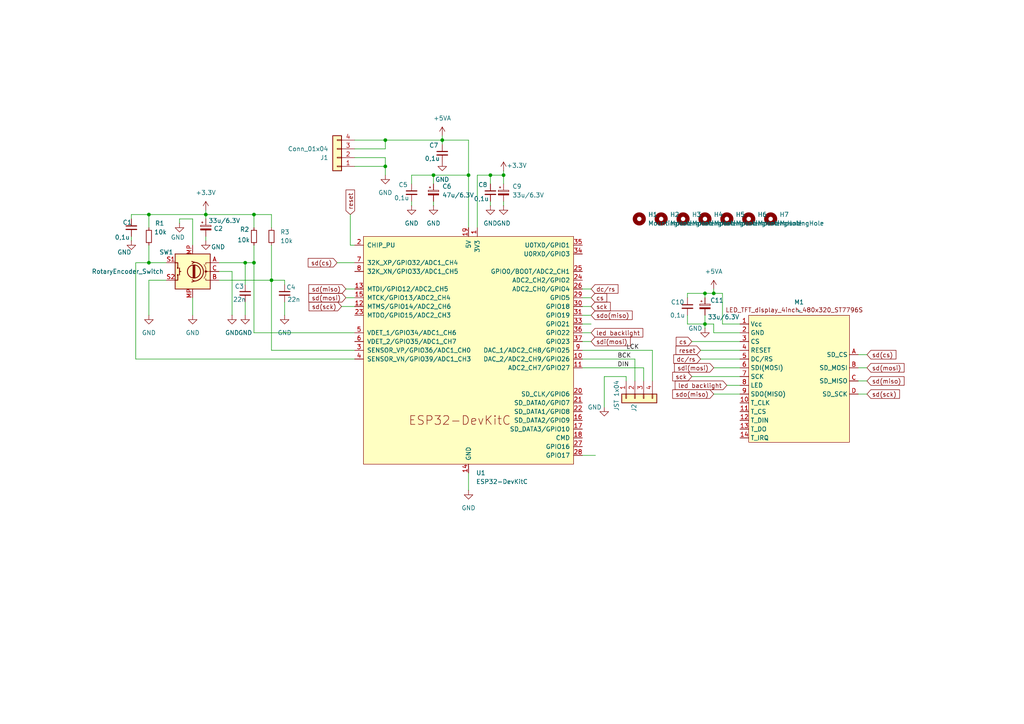
<source format=kicad_sch>
(kicad_sch
	(version 20250114)
	(generator "eeschema")
	(generator_version "9.0")
	(uuid "54770a7e-267b-4b19-9768-cd6c394b888e")
	(paper "A4")
	(lib_symbols
		(symbol "Connector_Generic:Conn_01x04"
			(pin_names
				(offset 1.016)
				(hide yes)
			)
			(exclude_from_sim no)
			(in_bom yes)
			(on_board yes)
			(property "Reference" "J"
				(at 0 5.08 0)
				(effects
					(font
						(size 1.27 1.27)
					)
				)
			)
			(property "Value" "Conn_01x04"
				(at 0 -7.62 0)
				(effects
					(font
						(size 1.27 1.27)
					)
				)
			)
			(property "Footprint" ""
				(at 0 0 0)
				(effects
					(font
						(size 1.27 1.27)
					)
					(hide yes)
				)
			)
			(property "Datasheet" "~"
				(at 0 0 0)
				(effects
					(font
						(size 1.27 1.27)
					)
					(hide yes)
				)
			)
			(property "Description" "Generic connector, single row, 01x04, script generated (kicad-library-utils/schlib/autogen/connector/)"
				(at 0 0 0)
				(effects
					(font
						(size 1.27 1.27)
					)
					(hide yes)
				)
			)
			(property "ki_keywords" "connector"
				(at 0 0 0)
				(effects
					(font
						(size 1.27 1.27)
					)
					(hide yes)
				)
			)
			(property "ki_fp_filters" "Connector*:*_1x??_*"
				(at 0 0 0)
				(effects
					(font
						(size 1.27 1.27)
					)
					(hide yes)
				)
			)
			(symbol "Conn_01x04_1_1"
				(rectangle
					(start -1.27 3.81)
					(end 1.27 -6.35)
					(stroke
						(width 0.254)
						(type default)
					)
					(fill
						(type background)
					)
				)
				(rectangle
					(start -1.27 2.667)
					(end 0 2.413)
					(stroke
						(width 0.1524)
						(type default)
					)
					(fill
						(type none)
					)
				)
				(rectangle
					(start -1.27 0.127)
					(end 0 -0.127)
					(stroke
						(width 0.1524)
						(type default)
					)
					(fill
						(type none)
					)
				)
				(rectangle
					(start -1.27 -2.413)
					(end 0 -2.667)
					(stroke
						(width 0.1524)
						(type default)
					)
					(fill
						(type none)
					)
				)
				(rectangle
					(start -1.27 -4.953)
					(end 0 -5.207)
					(stroke
						(width 0.1524)
						(type default)
					)
					(fill
						(type none)
					)
				)
				(pin passive line
					(at -5.08 2.54 0)
					(length 3.81)
					(name "Pin_1"
						(effects
							(font
								(size 1.27 1.27)
							)
						)
					)
					(number "1"
						(effects
							(font
								(size 1.27 1.27)
							)
						)
					)
				)
				(pin passive line
					(at -5.08 0 0)
					(length 3.81)
					(name "Pin_2"
						(effects
							(font
								(size 1.27 1.27)
							)
						)
					)
					(number "2"
						(effects
							(font
								(size 1.27 1.27)
							)
						)
					)
				)
				(pin passive line
					(at -5.08 -2.54 0)
					(length 3.81)
					(name "Pin_3"
						(effects
							(font
								(size 1.27 1.27)
							)
						)
					)
					(number "3"
						(effects
							(font
								(size 1.27 1.27)
							)
						)
					)
				)
				(pin passive line
					(at -5.08 -5.08 0)
					(length 3.81)
					(name "Pin_4"
						(effects
							(font
								(size 1.27 1.27)
							)
						)
					)
					(number "4"
						(effects
							(font
								(size 1.27 1.27)
							)
						)
					)
				)
			)
			(embedded_fonts no)
		)
		(symbol "Device:C_Polarized_Small"
			(pin_numbers
				(hide yes)
			)
			(pin_names
				(offset 0.254)
				(hide yes)
			)
			(exclude_from_sim no)
			(in_bom yes)
			(on_board yes)
			(property "Reference" "C"
				(at 0.254 1.778 0)
				(effects
					(font
						(size 1.27 1.27)
					)
					(justify left)
				)
			)
			(property "Value" "C_Polarized_Small"
				(at 0.254 -2.032 0)
				(effects
					(font
						(size 1.27 1.27)
					)
					(justify left)
				)
			)
			(property "Footprint" ""
				(at 0 0 0)
				(effects
					(font
						(size 1.27 1.27)
					)
					(hide yes)
				)
			)
			(property "Datasheet" "~"
				(at 0 0 0)
				(effects
					(font
						(size 1.27 1.27)
					)
					(hide yes)
				)
			)
			(property "Description" "Polarized capacitor, small symbol"
				(at 0 0 0)
				(effects
					(font
						(size 1.27 1.27)
					)
					(hide yes)
				)
			)
			(property "ki_keywords" "cap capacitor"
				(at 0 0 0)
				(effects
					(font
						(size 1.27 1.27)
					)
					(hide yes)
				)
			)
			(property "ki_fp_filters" "CP_*"
				(at 0 0 0)
				(effects
					(font
						(size 1.27 1.27)
					)
					(hide yes)
				)
			)
			(symbol "C_Polarized_Small_0_1"
				(rectangle
					(start -1.524 0.6858)
					(end 1.524 0.3048)
					(stroke
						(width 0)
						(type default)
					)
					(fill
						(type none)
					)
				)
				(rectangle
					(start -1.524 -0.3048)
					(end 1.524 -0.6858)
					(stroke
						(width 0)
						(type default)
					)
					(fill
						(type outline)
					)
				)
				(polyline
					(pts
						(xy -1.27 1.524) (xy -0.762 1.524)
					)
					(stroke
						(width 0)
						(type default)
					)
					(fill
						(type none)
					)
				)
				(polyline
					(pts
						(xy -1.016 1.27) (xy -1.016 1.778)
					)
					(stroke
						(width 0)
						(type default)
					)
					(fill
						(type none)
					)
				)
			)
			(symbol "C_Polarized_Small_1_1"
				(pin passive line
					(at 0 2.54 270)
					(length 1.8542)
					(name "~"
						(effects
							(font
								(size 1.27 1.27)
							)
						)
					)
					(number "1"
						(effects
							(font
								(size 1.27 1.27)
							)
						)
					)
				)
				(pin passive line
					(at 0 -2.54 90)
					(length 1.8542)
					(name "~"
						(effects
							(font
								(size 1.27 1.27)
							)
						)
					)
					(number "2"
						(effects
							(font
								(size 1.27 1.27)
							)
						)
					)
				)
			)
			(embedded_fonts no)
		)
		(symbol "Device:C_Small"
			(pin_numbers
				(hide yes)
			)
			(pin_names
				(offset 0.254)
				(hide yes)
			)
			(exclude_from_sim no)
			(in_bom yes)
			(on_board yes)
			(property "Reference" "C"
				(at 0.254 1.778 0)
				(effects
					(font
						(size 1.27 1.27)
					)
					(justify left)
				)
			)
			(property "Value" "C_Small"
				(at 0.254 -2.032 0)
				(effects
					(font
						(size 1.27 1.27)
					)
					(justify left)
				)
			)
			(property "Footprint" ""
				(at 0 0 0)
				(effects
					(font
						(size 1.27 1.27)
					)
					(hide yes)
				)
			)
			(property "Datasheet" "~"
				(at 0 0 0)
				(effects
					(font
						(size 1.27 1.27)
					)
					(hide yes)
				)
			)
			(property "Description" "Unpolarized capacitor, small symbol"
				(at 0 0 0)
				(effects
					(font
						(size 1.27 1.27)
					)
					(hide yes)
				)
			)
			(property "ki_keywords" "capacitor cap"
				(at 0 0 0)
				(effects
					(font
						(size 1.27 1.27)
					)
					(hide yes)
				)
			)
			(property "ki_fp_filters" "C_*"
				(at 0 0 0)
				(effects
					(font
						(size 1.27 1.27)
					)
					(hide yes)
				)
			)
			(symbol "C_Small_0_1"
				(polyline
					(pts
						(xy -1.524 0.508) (xy 1.524 0.508)
					)
					(stroke
						(width 0.3048)
						(type default)
					)
					(fill
						(type none)
					)
				)
				(polyline
					(pts
						(xy -1.524 -0.508) (xy 1.524 -0.508)
					)
					(stroke
						(width 0.3302)
						(type default)
					)
					(fill
						(type none)
					)
				)
			)
			(symbol "C_Small_1_1"
				(pin passive line
					(at 0 2.54 270)
					(length 2.032)
					(name "~"
						(effects
							(font
								(size 1.27 1.27)
							)
						)
					)
					(number "1"
						(effects
							(font
								(size 1.27 1.27)
							)
						)
					)
				)
				(pin passive line
					(at 0 -2.54 90)
					(length 2.032)
					(name "~"
						(effects
							(font
								(size 1.27 1.27)
							)
						)
					)
					(number "2"
						(effects
							(font
								(size 1.27 1.27)
							)
						)
					)
				)
			)
			(embedded_fonts no)
		)
		(symbol "Device:R_Small"
			(pin_numbers
				(hide yes)
			)
			(pin_names
				(offset 0.254)
				(hide yes)
			)
			(exclude_from_sim no)
			(in_bom yes)
			(on_board yes)
			(property "Reference" "R"
				(at 0.762 0.508 0)
				(effects
					(font
						(size 1.27 1.27)
					)
					(justify left)
				)
			)
			(property "Value" "R_Small"
				(at 0.762 -1.016 0)
				(effects
					(font
						(size 1.27 1.27)
					)
					(justify left)
				)
			)
			(property "Footprint" ""
				(at 0 0 0)
				(effects
					(font
						(size 1.27 1.27)
					)
					(hide yes)
				)
			)
			(property "Datasheet" "~"
				(at 0 0 0)
				(effects
					(font
						(size 1.27 1.27)
					)
					(hide yes)
				)
			)
			(property "Description" "Resistor, small symbol"
				(at 0 0 0)
				(effects
					(font
						(size 1.27 1.27)
					)
					(hide yes)
				)
			)
			(property "ki_keywords" "R resistor"
				(at 0 0 0)
				(effects
					(font
						(size 1.27 1.27)
					)
					(hide yes)
				)
			)
			(property "ki_fp_filters" "R_*"
				(at 0 0 0)
				(effects
					(font
						(size 1.27 1.27)
					)
					(hide yes)
				)
			)
			(symbol "R_Small_0_1"
				(rectangle
					(start -0.762 1.778)
					(end 0.762 -1.778)
					(stroke
						(width 0.2032)
						(type default)
					)
					(fill
						(type none)
					)
				)
			)
			(symbol "R_Small_1_1"
				(pin passive line
					(at 0 2.54 270)
					(length 0.762)
					(name "~"
						(effects
							(font
								(size 1.27 1.27)
							)
						)
					)
					(number "1"
						(effects
							(font
								(size 1.27 1.27)
							)
						)
					)
				)
				(pin passive line
					(at 0 -2.54 90)
					(length 0.762)
					(name "~"
						(effects
							(font
								(size 1.27 1.27)
							)
						)
					)
					(number "2"
						(effects
							(font
								(size 1.27 1.27)
							)
						)
					)
				)
			)
			(embedded_fonts no)
		)
		(symbol "Enkodery:RotaryEncoder_Switch"
			(pin_names
				(offset 0.254)
				(hide yes)
			)
			(exclude_from_sim no)
			(in_bom yes)
			(on_board yes)
			(property "Reference" "SW1"
				(at 9.652 0.254 0)
				(effects
					(font
						(size 1.27 1.27)
					)
				)
			)
			(property "Value" "RotaryEncoder_Switch"
				(at 0 7.62 0)
				(effects
					(font
						(size 1.27 1.27)
					)
				)
			)
			(property "Footprint" "Rotary_Encoder:RotaryEncoder_Alps_EC11E-Switch_Vertical_H20mm"
				(at -3.81 4.064 0)
				(effects
					(font
						(size 1.27 1.27)
					)
					(hide yes)
				)
			)
			(property "Datasheet" "~"
				(at 0 6.604 0)
				(effects
					(font
						(size 1.27 1.27)
					)
					(hide yes)
				)
			)
			(property "Description" "Rotary encoder, dual channel, incremental quadrate outputs, with switch"
				(at 0 0 0)
				(effects
					(font
						(size 1.27 1.27)
					)
					(hide yes)
				)
			)
			(property "ki_keywords" "rotary switch encoder switch push button"
				(at 0 0 0)
				(effects
					(font
						(size 1.27 1.27)
					)
					(hide yes)
				)
			)
			(property "ki_fp_filters" "RotaryEncoder*Switch*"
				(at 0 0 0)
				(effects
					(font
						(size 1.27 1.27)
					)
					(hide yes)
				)
			)
			(symbol "RotaryEncoder_Switch_0_1"
				(rectangle
					(start -5.08 5.08)
					(end 5.08 -5.08)
					(stroke
						(width 0.254)
						(type default)
					)
					(fill
						(type background)
					)
				)
				(polyline
					(pts
						(xy -5.08 2.54) (xy -3.81 2.54) (xy -3.81 2.032)
					)
					(stroke
						(width 0)
						(type default)
					)
					(fill
						(type none)
					)
				)
				(polyline
					(pts
						(xy -5.08 0) (xy -3.81 0) (xy -3.81 -1.016) (xy -3.302 -2.032)
					)
					(stroke
						(width 0)
						(type default)
					)
					(fill
						(type none)
					)
				)
				(polyline
					(pts
						(xy -5.08 -2.54) (xy -3.81 -2.54) (xy -3.81 -2.032)
					)
					(stroke
						(width 0)
						(type default)
					)
					(fill
						(type none)
					)
				)
				(polyline
					(pts
						(xy -4.318 0) (xy -3.81 0) (xy -3.81 1.016) (xy -3.302 2.032)
					)
					(stroke
						(width 0)
						(type default)
					)
					(fill
						(type none)
					)
				)
				(circle
					(center -3.81 0)
					(radius 0.254)
					(stroke
						(width 0)
						(type default)
					)
					(fill
						(type outline)
					)
				)
				(polyline
					(pts
						(xy -0.635 -1.778) (xy -0.635 1.778)
					)
					(stroke
						(width 0.254)
						(type default)
					)
					(fill
						(type none)
					)
				)
				(circle
					(center -0.381 0)
					(radius 1.905)
					(stroke
						(width 0.254)
						(type default)
					)
					(fill
						(type none)
					)
				)
				(polyline
					(pts
						(xy -0.381 -1.778) (xy -0.381 1.778)
					)
					(stroke
						(width 0.254)
						(type default)
					)
					(fill
						(type none)
					)
				)
				(arc
					(start -0.381 -2.794)
					(mid -3.0988 -0.0635)
					(end -0.381 2.667)
					(stroke
						(width 0.254)
						(type default)
					)
					(fill
						(type none)
					)
				)
				(polyline
					(pts
						(xy -0.127 1.778) (xy -0.127 -1.778)
					)
					(stroke
						(width 0.254)
						(type default)
					)
					(fill
						(type none)
					)
				)
				(polyline
					(pts
						(xy 0.254 2.921) (xy -0.508 2.667) (xy 0.127 2.286)
					)
					(stroke
						(width 0.254)
						(type default)
					)
					(fill
						(type none)
					)
				)
				(polyline
					(pts
						(xy 0.254 -3.048) (xy -0.508 -2.794) (xy 0.127 -2.413)
					)
					(stroke
						(width 0.254)
						(type default)
					)
					(fill
						(type none)
					)
				)
				(polyline
					(pts
						(xy 3.81 1.016) (xy 3.81 -1.016)
					)
					(stroke
						(width 0.254)
						(type default)
					)
					(fill
						(type none)
					)
				)
				(polyline
					(pts
						(xy 3.81 0) (xy 3.429 0)
					)
					(stroke
						(width 0.254)
						(type default)
					)
					(fill
						(type none)
					)
				)
				(circle
					(center 4.318 1.016)
					(radius 0.127)
					(stroke
						(width 0.254)
						(type default)
					)
					(fill
						(type none)
					)
				)
				(circle
					(center 4.318 -1.016)
					(radius 0.127)
					(stroke
						(width 0.254)
						(type default)
					)
					(fill
						(type none)
					)
				)
				(polyline
					(pts
						(xy 5.08 2.54) (xy 4.318 2.54) (xy 4.318 1.016)
					)
					(stroke
						(width 0.254)
						(type default)
					)
					(fill
						(type none)
					)
				)
				(polyline
					(pts
						(xy 5.08 -2.54) (xy 4.318 -2.54) (xy 4.318 -1.016)
					)
					(stroke
						(width 0.254)
						(type default)
					)
					(fill
						(type none)
					)
				)
			)
			(symbol "RotaryEncoder_Switch_1_1"
				(pin passive line
					(at -7.62 2.54 0)
					(length 2.54)
					(name "A"
						(effects
							(font
								(size 1.27 1.27)
							)
						)
					)
					(number "A"
						(effects
							(font
								(size 1.27 1.27)
							)
						)
					)
				)
				(pin passive line
					(at -7.62 0 0)
					(length 2.54)
					(name "C"
						(effects
							(font
								(size 1.27 1.27)
							)
						)
					)
					(number "C"
						(effects
							(font
								(size 1.27 1.27)
							)
						)
					)
				)
				(pin passive line
					(at -7.62 -2.54 0)
					(length 2.54)
					(name "B"
						(effects
							(font
								(size 1.27 1.27)
							)
						)
					)
					(number "B"
						(effects
							(font
								(size 1.27 1.27)
							)
						)
					)
				)
				(pin passive line
					(at 0 7.62 270)
					(length 2.54)
					(name "MP"
						(effects
							(font
								(size 1.27 1.27)
							)
						)
					)
					(number "MP"
						(effects
							(font
								(size 1.27 1.27)
							)
						)
					)
				)
				(pin passive line
					(at 0 -7.62 90)
					(length 2.54)
					(name "MP"
						(effects
							(font
								(size 1.27 1.27)
							)
						)
					)
					(number "MP"
						(effects
							(font
								(size 1.27 1.27)
							)
						)
					)
				)
				(pin passive line
					(at 7.62 2.54 180)
					(length 2.54)
					(name "S1"
						(effects
							(font
								(size 1.27 1.27)
							)
						)
					)
					(number "S1"
						(effects
							(font
								(size 1.27 1.27)
							)
						)
					)
				)
				(pin passive line
					(at 7.62 -2.54 180)
					(length 2.54)
					(name "S2"
						(effects
							(font
								(size 1.27 1.27)
							)
						)
					)
					(number "S2"
						(effects
							(font
								(size 1.27 1.27)
							)
						)
					)
				)
			)
			(embedded_fonts no)
		)
		(symbol "Mechanical:MountingHole"
			(pin_names
				(offset 1.016)
			)
			(exclude_from_sim no)
			(in_bom no)
			(on_board yes)
			(property "Reference" "H"
				(at 0 5.08 0)
				(effects
					(font
						(size 1.27 1.27)
					)
				)
			)
			(property "Value" "MountingHole"
				(at 0 3.175 0)
				(effects
					(font
						(size 1.27 1.27)
					)
				)
			)
			(property "Footprint" ""
				(at 0 0 0)
				(effects
					(font
						(size 1.27 1.27)
					)
					(hide yes)
				)
			)
			(property "Datasheet" "~"
				(at 0 0 0)
				(effects
					(font
						(size 1.27 1.27)
					)
					(hide yes)
				)
			)
			(property "Description" "Mounting Hole without connection"
				(at 0 0 0)
				(effects
					(font
						(size 1.27 1.27)
					)
					(hide yes)
				)
			)
			(property "ki_keywords" "mounting hole"
				(at 0 0 0)
				(effects
					(font
						(size 1.27 1.27)
					)
					(hide yes)
				)
			)
			(property "ki_fp_filters" "MountingHole*"
				(at 0 0 0)
				(effects
					(font
						(size 1.27 1.27)
					)
					(hide yes)
				)
			)
			(symbol "MountingHole_0_1"
				(circle
					(center 0 0)
					(radius 1.27)
					(stroke
						(width 1.27)
						(type default)
					)
					(fill
						(type none)
					)
				)
			)
			(embedded_fonts no)
		)
		(symbol "PCM_Espressif:ESP32-DevKitC"
			(pin_names
				(offset 1.016)
			)
			(exclude_from_sim no)
			(in_bom yes)
			(on_board yes)
			(property "Reference" "U"
				(at -30.48 38.1 0)
				(effects
					(font
						(size 1.27 1.27)
					)
					(justify left)
				)
			)
			(property "Value" "ESP32-DevKitC"
				(at -30.48 35.56 0)
				(effects
					(font
						(size 1.27 1.27)
					)
					(justify left)
				)
			)
			(property "Footprint" "PCM_Espressif:ESP32-DevKitC"
				(at 0 -43.18 0)
				(effects
					(font
						(size 1.27 1.27)
					)
					(hide yes)
				)
			)
			(property "Datasheet" "https://docs.espressif.com/projects/esp-idf/zh_CN/latest/esp32/hw-reference/esp32/get-started-devkitc.html"
				(at 0 -45.72 0)
				(effects
					(font
						(size 1.27 1.27)
					)
					(hide yes)
				)
			)
			(property "Description" "Development Kit"
				(at 0 0 0)
				(effects
					(font
						(size 1.27 1.27)
					)
					(hide yes)
				)
			)
			(property "ki_keywords" "ESP32"
				(at 0 0 0)
				(effects
					(font
						(size 1.27 1.27)
					)
					(hide yes)
				)
			)
			(symbol "ESP32-DevKitC_0_0"
				(text "ESP32-DevKitC"
					(at -2.54 -20.32 0)
					(effects
						(font
							(size 2.54 2.54)
						)
					)
				)
				(pin power_in line
					(at 0 35.56 270)
					(length 2.54)
					(name "5V"
						(effects
							(font
								(size 1.27 1.27)
							)
						)
					)
					(number "19"
						(effects
							(font
								(size 1.27 1.27)
							)
						)
					)
				)
				(pin power_in line
					(at 0 -35.56 90)
					(length 2.54)
					(name "GND"
						(effects
							(font
								(size 1.27 1.27)
							)
						)
					)
					(number "14"
						(effects
							(font
								(size 1.27 1.27)
							)
						)
					)
				)
			)
			(symbol "ESP32-DevKitC_0_1"
				(rectangle
					(start -30.48 33.02)
					(end 30.48 -33.02)
					(stroke
						(width 0)
						(type default)
					)
					(fill
						(type background)
					)
				)
			)
			(symbol "ESP32-DevKitC_1_1"
				(pin input line
					(at -33.02 30.48 0)
					(length 2.54)
					(name "CHIP_PU"
						(effects
							(font
								(size 1.27 1.27)
							)
						)
					)
					(number "2"
						(effects
							(font
								(size 1.27 1.27)
							)
						)
					)
				)
				(pin bidirectional line
					(at -33.02 25.4 0)
					(length 2.54)
					(name "32K_XP/GPIO32/ADC1_CH4"
						(effects
							(font
								(size 1.27 1.27)
							)
						)
					)
					(number "7"
						(effects
							(font
								(size 1.27 1.27)
							)
						)
					)
				)
				(pin bidirectional line
					(at -33.02 22.86 0)
					(length 2.54)
					(name "32K_XN/GPIO33/ADC1_CH5"
						(effects
							(font
								(size 1.27 1.27)
							)
						)
					)
					(number "8"
						(effects
							(font
								(size 1.27 1.27)
							)
						)
					)
				)
				(pin bidirectional line
					(at -33.02 17.78 0)
					(length 2.54)
					(name "MTDI/GPIO12/ADC2_CH5"
						(effects
							(font
								(size 1.27 1.27)
							)
						)
					)
					(number "13"
						(effects
							(font
								(size 1.27 1.27)
							)
						)
					)
				)
				(pin bidirectional line
					(at -33.02 15.24 0)
					(length 2.54)
					(name "MTCK/GPIO13/ADC2_CH4"
						(effects
							(font
								(size 1.27 1.27)
							)
						)
					)
					(number "15"
						(effects
							(font
								(size 1.27 1.27)
							)
						)
					)
				)
				(pin bidirectional line
					(at -33.02 12.7 0)
					(length 2.54)
					(name "MTMS/GPIO14/ADC2_CH6"
						(effects
							(font
								(size 1.27 1.27)
							)
						)
					)
					(number "12"
						(effects
							(font
								(size 1.27 1.27)
							)
						)
					)
				)
				(pin bidirectional line
					(at -33.02 10.16 0)
					(length 2.54)
					(name "MTDO/GPIO15/ADC2_CH3"
						(effects
							(font
								(size 1.27 1.27)
							)
						)
					)
					(number "23"
						(effects
							(font
								(size 1.27 1.27)
							)
						)
					)
				)
				(pin input line
					(at -33.02 5.08 0)
					(length 2.54)
					(name "VDET_1/GPIO34/ADC1_CH6"
						(effects
							(font
								(size 1.27 1.27)
							)
						)
					)
					(number "5"
						(effects
							(font
								(size 1.27 1.27)
							)
						)
					)
				)
				(pin input line
					(at -33.02 2.54 0)
					(length 2.54)
					(name "VDET_2/GPIO35/ADC1_CH7"
						(effects
							(font
								(size 1.27 1.27)
							)
						)
					)
					(number "6"
						(effects
							(font
								(size 1.27 1.27)
							)
						)
					)
				)
				(pin input line
					(at -33.02 0 0)
					(length 2.54)
					(name "SENSOR_VP/GPIO36/ADC1_CH0"
						(effects
							(font
								(size 1.27 1.27)
							)
						)
					)
					(number "3"
						(effects
							(font
								(size 1.27 1.27)
							)
						)
					)
				)
				(pin input line
					(at -33.02 -2.54 0)
					(length 2.54)
					(name "SENSOR_VN/GPIO39/ADC1_CH3"
						(effects
							(font
								(size 1.27 1.27)
							)
						)
					)
					(number "4"
						(effects
							(font
								(size 1.27 1.27)
							)
						)
					)
				)
				(pin passive line
					(at 0 -35.56 90)
					(length 2.54)
					(hide yes)
					(name "GND"
						(effects
							(font
								(size 1.27 1.27)
							)
						)
					)
					(number "32"
						(effects
							(font
								(size 1.27 1.27)
							)
						)
					)
				)
				(pin passive line
					(at 0 -35.56 90)
					(length 2.54)
					(hide yes)
					(name "GND"
						(effects
							(font
								(size 1.27 1.27)
							)
						)
					)
					(number "38"
						(effects
							(font
								(size 1.27 1.27)
							)
						)
					)
				)
				(pin power_in line
					(at 2.54 35.56 270)
					(length 2.54)
					(name "3V3"
						(effects
							(font
								(size 1.27 1.27)
							)
						)
					)
					(number "1"
						(effects
							(font
								(size 1.27 1.27)
							)
						)
					)
				)
				(pin bidirectional line
					(at 33.02 30.48 180)
					(length 2.54)
					(name "U0TXD/GPIO1"
						(effects
							(font
								(size 1.27 1.27)
							)
						)
					)
					(number "35"
						(effects
							(font
								(size 1.27 1.27)
							)
						)
					)
				)
				(pin bidirectional line
					(at 33.02 27.94 180)
					(length 2.54)
					(name "U0RXD/GPIO3"
						(effects
							(font
								(size 1.27 1.27)
							)
						)
					)
					(number "34"
						(effects
							(font
								(size 1.27 1.27)
							)
						)
					)
				)
				(pin bidirectional line
					(at 33.02 22.86 180)
					(length 2.54)
					(name "GPIO0/BOOT/ADC2_CH1"
						(effects
							(font
								(size 1.27 1.27)
							)
						)
					)
					(number "25"
						(effects
							(font
								(size 1.27 1.27)
							)
						)
					)
				)
				(pin bidirectional line
					(at 33.02 20.32 180)
					(length 2.54)
					(name "ADC2_CH2/GPIO2"
						(effects
							(font
								(size 1.27 1.27)
							)
						)
					)
					(number "24"
						(effects
							(font
								(size 1.27 1.27)
							)
						)
					)
				)
				(pin bidirectional line
					(at 33.02 17.78 180)
					(length 2.54)
					(name "ADC2_CH0/GPIO4"
						(effects
							(font
								(size 1.27 1.27)
							)
						)
					)
					(number "26"
						(effects
							(font
								(size 1.27 1.27)
							)
						)
					)
				)
				(pin bidirectional line
					(at 33.02 15.24 180)
					(length 2.54)
					(name "GPIO5"
						(effects
							(font
								(size 1.27 1.27)
							)
						)
					)
					(number "29"
						(effects
							(font
								(size 1.27 1.27)
							)
						)
					)
				)
				(pin bidirectional line
					(at 33.02 12.7 180)
					(length 2.54)
					(name "GPIO18"
						(effects
							(font
								(size 1.27 1.27)
							)
						)
					)
					(number "30"
						(effects
							(font
								(size 1.27 1.27)
							)
						)
					)
				)
				(pin bidirectional line
					(at 33.02 10.16 180)
					(length 2.54)
					(name "GPIO19"
						(effects
							(font
								(size 1.27 1.27)
							)
						)
					)
					(number "31"
						(effects
							(font
								(size 1.27 1.27)
							)
						)
					)
				)
				(pin bidirectional line
					(at 33.02 7.62 180)
					(length 2.54)
					(name "GPIO21"
						(effects
							(font
								(size 1.27 1.27)
							)
						)
					)
					(number "33"
						(effects
							(font
								(size 1.27 1.27)
							)
						)
					)
				)
				(pin bidirectional line
					(at 33.02 5.08 180)
					(length 2.54)
					(name "GPIO22"
						(effects
							(font
								(size 1.27 1.27)
							)
						)
					)
					(number "36"
						(effects
							(font
								(size 1.27 1.27)
							)
						)
					)
				)
				(pin bidirectional line
					(at 33.02 2.54 180)
					(length 2.54)
					(name "GPIO23"
						(effects
							(font
								(size 1.27 1.27)
							)
						)
					)
					(number "37"
						(effects
							(font
								(size 1.27 1.27)
							)
						)
					)
				)
				(pin bidirectional line
					(at 33.02 0 180)
					(length 2.54)
					(name "DAC_1/ADC2_CH8/GPIO25"
						(effects
							(font
								(size 1.27 1.27)
							)
						)
					)
					(number "9"
						(effects
							(font
								(size 1.27 1.27)
							)
						)
					)
				)
				(pin bidirectional line
					(at 33.02 -2.54 180)
					(length 2.54)
					(name "DAC_2/ADC2_CH9/GPIO26"
						(effects
							(font
								(size 1.27 1.27)
							)
						)
					)
					(number "10"
						(effects
							(font
								(size 1.27 1.27)
							)
						)
					)
				)
				(pin bidirectional line
					(at 33.02 -5.08 180)
					(length 2.54)
					(name "ADC2_CH7/GPIO27"
						(effects
							(font
								(size 1.27 1.27)
							)
						)
					)
					(number "11"
						(effects
							(font
								(size 1.27 1.27)
							)
						)
					)
				)
				(pin bidirectional line
					(at 33.02 -12.7 180)
					(length 2.54)
					(name "SD_CLK/GPIO6"
						(effects
							(font
								(size 1.27 1.27)
							)
						)
					)
					(number "20"
						(effects
							(font
								(size 1.27 1.27)
							)
						)
					)
				)
				(pin bidirectional line
					(at 33.02 -15.24 180)
					(length 2.54)
					(name "SD_DATA0/GPIO7"
						(effects
							(font
								(size 1.27 1.27)
							)
						)
					)
					(number "21"
						(effects
							(font
								(size 1.27 1.27)
							)
						)
					)
				)
				(pin bidirectional line
					(at 33.02 -17.78 180)
					(length 2.54)
					(name "SD_DATA1/GPIO8"
						(effects
							(font
								(size 1.27 1.27)
							)
						)
					)
					(number "22"
						(effects
							(font
								(size 1.27 1.27)
							)
						)
					)
				)
				(pin bidirectional line
					(at 33.02 -20.32 180)
					(length 2.54)
					(name "SD_DATA2/GPIO9"
						(effects
							(font
								(size 1.27 1.27)
							)
						)
					)
					(number "16"
						(effects
							(font
								(size 1.27 1.27)
							)
						)
					)
				)
				(pin bidirectional line
					(at 33.02 -22.86 180)
					(length 2.54)
					(name "SD_DATA3/GPIO10"
						(effects
							(font
								(size 1.27 1.27)
							)
						)
					)
					(number "17"
						(effects
							(font
								(size 1.27 1.27)
							)
						)
					)
				)
				(pin bidirectional line
					(at 33.02 -25.4 180)
					(length 2.54)
					(name "CMD"
						(effects
							(font
								(size 1.27 1.27)
							)
						)
					)
					(number "18"
						(effects
							(font
								(size 1.27 1.27)
							)
						)
					)
				)
				(pin bidirectional line
					(at 33.02 -27.94 180)
					(length 2.54)
					(name "GPIO16"
						(effects
							(font
								(size 1.27 1.27)
							)
						)
					)
					(number "27"
						(effects
							(font
								(size 1.27 1.27)
							)
						)
					)
				)
				(pin bidirectional line
					(at 33.02 -30.48 180)
					(length 2.54)
					(name "GPIO17"
						(effects
							(font
								(size 1.27 1.27)
							)
						)
					)
					(number "28"
						(effects
							(font
								(size 1.27 1.27)
							)
						)
					)
				)
			)
			(embedded_fonts no)
		)
		(symbol "TFT_display:LED_TFT_display_4inch_480x320_ST7796S"
			(exclude_from_sim no)
			(in_bom yes)
			(on_board yes)
			(property "Reference" "M3"
				(at 0.635 19.05 0)
				(effects
					(font
						(size 1.27 1.27)
					)
				)
			)
			(property "Value" "~"
				(at 0.635 16.51 0)
				(effects
					(font
						(size 1.27 1.27)
					)
				)
			)
			(property "Footprint" ""
				(at -6.35 2.54 0)
				(effects
					(font
						(size 1.27 1.27)
					)
					(hide yes)
				)
			)
			(property "Datasheet" ""
				(at -6.35 2.54 0)
				(effects
					(font
						(size 1.27 1.27)
					)
					(hide yes)
				)
			)
			(property "Description" ""
				(at -6.35 2.54 0)
				(effects
					(font
						(size 1.27 1.27)
					)
					(hide yes)
				)
			)
			(symbol "LED_TFT_display_4inch_480x320_ST7796S_0_1"
				(rectangle
					(start -13.97 15.24)
					(end 15.24 -21.59)
					(stroke
						(width 0)
						(type default)
					)
					(fill
						(type background)
					)
				)
			)
			(symbol "LED_TFT_display_4inch_480x320_ST7796S_1_1"
				(text "LED_TFT_display_4inch_480x320_ST7796S"
					(at -0.762 16.764 0)
					(effects
						(font
							(size 1.27 1.27)
						)
					)
				)
				(pin power_in line
					(at -16.51 12.7 0)
					(length 2.54)
					(name "Vcc"
						(effects
							(font
								(size 1.27 1.27)
							)
						)
					)
					(number "1"
						(effects
							(font
								(size 1.27 1.27)
							)
						)
					)
				)
				(pin power_in line
					(at -16.51 10.16 0)
					(length 2.54)
					(name "GND"
						(effects
							(font
								(size 1.27 1.27)
							)
						)
					)
					(number "2"
						(effects
							(font
								(size 1.27 1.27)
							)
						)
					)
				)
				(pin input line
					(at -16.51 7.62 0)
					(length 2.54)
					(name "CS"
						(effects
							(font
								(size 1.27 1.27)
							)
						)
					)
					(number "3"
						(effects
							(font
								(size 1.27 1.27)
							)
						)
					)
				)
				(pin input line
					(at -16.51 5.08 0)
					(length 2.54)
					(name "RESET"
						(effects
							(font
								(size 1.27 1.27)
							)
						)
					)
					(number "4"
						(effects
							(font
								(size 1.27 1.27)
							)
						)
					)
				)
				(pin input line
					(at -16.51 2.54 0)
					(length 2.54)
					(name "DC/RS"
						(effects
							(font
								(size 1.27 1.27)
							)
						)
					)
					(number "5"
						(effects
							(font
								(size 1.27 1.27)
							)
						)
					)
				)
				(pin input line
					(at -16.51 0 0)
					(length 2.54)
					(name "SDI(MOSI)"
						(effects
							(font
								(size 1.27 1.27)
							)
						)
					)
					(number "6"
						(effects
							(font
								(size 1.27 1.27)
							)
						)
					)
				)
				(pin input line
					(at -16.51 -2.54 0)
					(length 2.54)
					(name "SCK"
						(effects
							(font
								(size 1.27 1.27)
							)
						)
					)
					(number "7"
						(effects
							(font
								(size 1.27 1.27)
							)
						)
					)
				)
				(pin input line
					(at -16.51 -5.08 0)
					(length 2.54)
					(name "LED"
						(effects
							(font
								(size 1.27 1.27)
							)
						)
					)
					(number "8"
						(effects
							(font
								(size 1.27 1.27)
							)
						)
					)
				)
				(pin input line
					(at -16.51 -7.62 0)
					(length 2.54)
					(name "SDO(MISO)"
						(effects
							(font
								(size 1.27 1.27)
							)
						)
					)
					(number "9"
						(effects
							(font
								(size 1.27 1.27)
							)
						)
					)
				)
				(pin input line
					(at -16.51 -10.16 0)
					(length 2.54)
					(name "T_CLK"
						(effects
							(font
								(size 1.27 1.27)
							)
						)
					)
					(number "10"
						(effects
							(font
								(size 1.27 1.27)
							)
						)
					)
				)
				(pin input line
					(at -16.51 -12.7 0)
					(length 2.54)
					(name "T_CS"
						(effects
							(font
								(size 1.27 1.27)
							)
						)
					)
					(number "11"
						(effects
							(font
								(size 1.27 1.27)
							)
						)
					)
				)
				(pin input line
					(at -16.51 -15.24 0)
					(length 2.54)
					(name "T_DIN"
						(effects
							(font
								(size 1.27 1.27)
							)
						)
					)
					(number "12"
						(effects
							(font
								(size 1.27 1.27)
							)
						)
					)
				)
				(pin input line
					(at -16.51 -17.78 0)
					(length 2.54)
					(name "T_DO"
						(effects
							(font
								(size 1.27 1.27)
							)
						)
					)
					(number "13"
						(effects
							(font
								(size 1.27 1.27)
							)
						)
					)
				)
				(pin input line
					(at -16.51 -20.32 0)
					(length 2.54)
					(name "T_IRQ"
						(effects
							(font
								(size 1.27 1.27)
							)
						)
					)
					(number "14"
						(effects
							(font
								(size 1.27 1.27)
							)
						)
					)
				)
				(pin input line
					(at 17.78 3.81 180)
					(length 2.54)
					(name "SD_CS"
						(effects
							(font
								(size 1.27 1.27)
							)
						)
					)
					(number "A"
						(effects
							(font
								(size 1.27 1.27)
							)
						)
					)
				)
				(pin input line
					(at 17.78 0 180)
					(length 2.54)
					(name "SD_MOSI"
						(effects
							(font
								(size 1.27 1.27)
							)
						)
					)
					(number "B"
						(effects
							(font
								(size 1.27 1.27)
							)
						)
					)
				)
				(pin input line
					(at 17.78 -3.81 180)
					(length 2.54)
					(name "SD_MISO"
						(effects
							(font
								(size 1.27 1.27)
							)
						)
					)
					(number "C"
						(effects
							(font
								(size 1.27 1.27)
							)
						)
					)
				)
				(pin input line
					(at 17.78 -7.62 180)
					(length 2.54)
					(name "SD_SCK"
						(effects
							(font
								(size 1.27 1.27)
							)
						)
					)
					(number "D"
						(effects
							(font
								(size 1.27 1.27)
							)
						)
					)
				)
			)
			(embedded_fonts no)
		)
		(symbol "power:+3.3V"
			(power)
			(pin_numbers
				(hide yes)
			)
			(pin_names
				(offset 0)
				(hide yes)
			)
			(exclude_from_sim no)
			(in_bom yes)
			(on_board yes)
			(property "Reference" "#PWR"
				(at 0 -3.81 0)
				(effects
					(font
						(size 1.27 1.27)
					)
					(hide yes)
				)
			)
			(property "Value" "+3.3V"
				(at 0 3.556 0)
				(effects
					(font
						(size 1.27 1.27)
					)
				)
			)
			(property "Footprint" ""
				(at 0 0 0)
				(effects
					(font
						(size 1.27 1.27)
					)
					(hide yes)
				)
			)
			(property "Datasheet" ""
				(at 0 0 0)
				(effects
					(font
						(size 1.27 1.27)
					)
					(hide yes)
				)
			)
			(property "Description" "Power symbol creates a global label with name \"+3.3V\""
				(at 0 0 0)
				(effects
					(font
						(size 1.27 1.27)
					)
					(hide yes)
				)
			)
			(property "ki_keywords" "global power"
				(at 0 0 0)
				(effects
					(font
						(size 1.27 1.27)
					)
					(hide yes)
				)
			)
			(symbol "+3.3V_0_1"
				(polyline
					(pts
						(xy -0.762 1.27) (xy 0 2.54)
					)
					(stroke
						(width 0)
						(type default)
					)
					(fill
						(type none)
					)
				)
				(polyline
					(pts
						(xy 0 2.54) (xy 0.762 1.27)
					)
					(stroke
						(width 0)
						(type default)
					)
					(fill
						(type none)
					)
				)
				(polyline
					(pts
						(xy 0 0) (xy 0 2.54)
					)
					(stroke
						(width 0)
						(type default)
					)
					(fill
						(type none)
					)
				)
			)
			(symbol "+3.3V_1_1"
				(pin power_in line
					(at 0 0 90)
					(length 0)
					(name "~"
						(effects
							(font
								(size 1.27 1.27)
							)
						)
					)
					(number "1"
						(effects
							(font
								(size 1.27 1.27)
							)
						)
					)
				)
			)
			(embedded_fonts no)
		)
		(symbol "power:+5V"
			(power)
			(pin_numbers
				(hide yes)
			)
			(pin_names
				(offset 0)
				(hide yes)
			)
			(exclude_from_sim no)
			(in_bom yes)
			(on_board yes)
			(property "Reference" "#PWR"
				(at 0 -3.81 0)
				(effects
					(font
						(size 1.27 1.27)
					)
					(hide yes)
				)
			)
			(property "Value" "+5V"
				(at 0 3.556 0)
				(effects
					(font
						(size 1.27 1.27)
					)
				)
			)
			(property "Footprint" ""
				(at 0 0 0)
				(effects
					(font
						(size 1.27 1.27)
					)
					(hide yes)
				)
			)
			(property "Datasheet" ""
				(at 0 0 0)
				(effects
					(font
						(size 1.27 1.27)
					)
					(hide yes)
				)
			)
			(property "Description" "Power symbol creates a global label with name \"+5V\""
				(at 0 0 0)
				(effects
					(font
						(size 1.27 1.27)
					)
					(hide yes)
				)
			)
			(property "ki_keywords" "global power"
				(at 0 0 0)
				(effects
					(font
						(size 1.27 1.27)
					)
					(hide yes)
				)
			)
			(symbol "+5V_0_1"
				(polyline
					(pts
						(xy -0.762 1.27) (xy 0 2.54)
					)
					(stroke
						(width 0)
						(type default)
					)
					(fill
						(type none)
					)
				)
				(polyline
					(pts
						(xy 0 2.54) (xy 0.762 1.27)
					)
					(stroke
						(width 0)
						(type default)
					)
					(fill
						(type none)
					)
				)
				(polyline
					(pts
						(xy 0 0) (xy 0 2.54)
					)
					(stroke
						(width 0)
						(type default)
					)
					(fill
						(type none)
					)
				)
			)
			(symbol "+5V_1_1"
				(pin power_in line
					(at 0 0 90)
					(length 0)
					(name "~"
						(effects
							(font
								(size 1.27 1.27)
							)
						)
					)
					(number "1"
						(effects
							(font
								(size 1.27 1.27)
							)
						)
					)
				)
			)
			(embedded_fonts no)
		)
		(symbol "power:GND"
			(power)
			(pin_numbers
				(hide yes)
			)
			(pin_names
				(offset 0)
				(hide yes)
			)
			(exclude_from_sim no)
			(in_bom yes)
			(on_board yes)
			(property "Reference" "#PWR"
				(at 0 -6.35 0)
				(effects
					(font
						(size 1.27 1.27)
					)
					(hide yes)
				)
			)
			(property "Value" "GND"
				(at 0 -3.81 0)
				(effects
					(font
						(size 1.27 1.27)
					)
				)
			)
			(property "Footprint" ""
				(at 0 0 0)
				(effects
					(font
						(size 1.27 1.27)
					)
					(hide yes)
				)
			)
			(property "Datasheet" ""
				(at 0 0 0)
				(effects
					(font
						(size 1.27 1.27)
					)
					(hide yes)
				)
			)
			(property "Description" "Power symbol creates a global label with name \"GND\" , ground"
				(at 0 0 0)
				(effects
					(font
						(size 1.27 1.27)
					)
					(hide yes)
				)
			)
			(property "ki_keywords" "global power"
				(at 0 0 0)
				(effects
					(font
						(size 1.27 1.27)
					)
					(hide yes)
				)
			)
			(symbol "GND_0_1"
				(polyline
					(pts
						(xy 0 0) (xy 0 -1.27) (xy 1.27 -1.27) (xy 0 -2.54) (xy -1.27 -1.27) (xy 0 -1.27)
					)
					(stroke
						(width 0)
						(type default)
					)
					(fill
						(type none)
					)
				)
			)
			(symbol "GND_1_1"
				(pin power_in line
					(at 0 0 270)
					(length 0)
					(name "~"
						(effects
							(font
								(size 1.27 1.27)
							)
						)
					)
					(number "1"
						(effects
							(font
								(size 1.27 1.27)
							)
						)
					)
				)
			)
			(embedded_fonts no)
		)
	)
	(junction
		(at 204.47 93.98)
		(diameter 0)
		(color 0 0 0 0)
		(uuid "0c453299-2276-424a-87b8-ac9afe0111cf")
	)
	(junction
		(at 73.66 62.23)
		(diameter 0)
		(color 0 0 0 0)
		(uuid "10fdf3a6-a35e-42b0-bb53-b74b225aa370")
	)
	(junction
		(at 59.69 62.23)
		(diameter 0)
		(color 0 0 0 0)
		(uuid "25981e7f-17d1-4965-9f17-ed13da1f80c3")
	)
	(junction
		(at 146.05 50.8)
		(diameter 0)
		(color 0 0 0 0)
		(uuid "2f4c280b-27c8-467e-8edc-055ab09f8fe6")
	)
	(junction
		(at 207.01 85.09)
		(diameter 0)
		(color 0 0 0 0)
		(uuid "33c772fa-4b8a-4563-95b9-94526e0cd465")
	)
	(junction
		(at 71.12 76.2)
		(diameter 0)
		(color 0 0 0 0)
		(uuid "3488cc56-4d24-4513-b513-c24c9c0da1c0")
	)
	(junction
		(at 111.76 40.64)
		(diameter 0)
		(color 0 0 0 0)
		(uuid "37df2f9d-d352-4911-945c-842039b1ed3d")
	)
	(junction
		(at 78.74 81.28)
		(diameter 0)
		(color 0 0 0 0)
		(uuid "41b4267d-db45-4a2c-9b6d-f2bff59f95a5")
	)
	(junction
		(at 142.24 50.8)
		(diameter 0)
		(color 0 0 0 0)
		(uuid "45aeead6-d7eb-4a8e-b004-0282d5b8e6ac")
	)
	(junction
		(at 111.76 48.26)
		(diameter 0)
		(color 0 0 0 0)
		(uuid "468f28da-a592-4c51-9b00-f6ca5e3215ce")
	)
	(junction
		(at 43.18 62.23)
		(diameter 0)
		(color 0 0 0 0)
		(uuid "53aa3c30-725f-458e-9958-71e8d4a070c4")
	)
	(junction
		(at 125.73 50.8)
		(diameter 0)
		(color 0 0 0 0)
		(uuid "5f0a2168-33d9-4e80-b174-72d32e008a14")
	)
	(junction
		(at 128.27 40.64)
		(diameter 0)
		(color 0 0 0 0)
		(uuid "68c94dbb-d1bd-4eb5-8332-6827b839b487")
	)
	(junction
		(at 204.47 85.09)
		(diameter 0)
		(color 0 0 0 0)
		(uuid "809127b0-28a1-4ea4-b675-20a05184130e")
	)
	(junction
		(at 43.18 76.2)
		(diameter 0)
		(color 0 0 0 0)
		(uuid "bc7c813c-321a-4b3f-bc54-8ec2a8239e08")
	)
	(junction
		(at 73.66 76.2)
		(diameter 0)
		(color 0 0 0 0)
		(uuid "cfa5161b-a392-411d-8c56-386bab961180")
	)
	(junction
		(at 135.89 50.8)
		(diameter 0)
		(color 0 0 0 0)
		(uuid "e9c00c24-379f-4a52-a145-1940079a9900")
	)
	(wire
		(pts
			(xy 248.92 114.3) (xy 251.46 114.3)
		)
		(stroke
			(width 0)
			(type default)
		)
		(uuid "0060b725-5468-4b54-95d7-8844e2c82304")
	)
	(wire
		(pts
			(xy 111.76 45.72) (xy 111.76 48.26)
		)
		(stroke
			(width 0)
			(type default)
		)
		(uuid "019b9c94-84a9-4948-8596-11a5b210642c")
	)
	(wire
		(pts
			(xy 55.88 63.5) (xy 52.07 63.5)
		)
		(stroke
			(width 0)
			(type default)
		)
		(uuid "03d023a4-23e2-4e51-9b87-8fdf6f38d371")
	)
	(wire
		(pts
			(xy 43.18 71.12) (xy 43.18 76.2)
		)
		(stroke
			(width 0)
			(type default)
		)
		(uuid "0b433347-355f-4e3a-a598-aca58936c049")
	)
	(wire
		(pts
			(xy 135.89 66.04) (xy 135.89 50.8)
		)
		(stroke
			(width 0)
			(type default)
		)
		(uuid "0cac3f01-0c22-46db-8730-01520c8573b1")
	)
	(wire
		(pts
			(xy 73.66 62.23) (xy 78.74 62.23)
		)
		(stroke
			(width 0)
			(type default)
		)
		(uuid "0dc0051b-70c1-47dd-90db-9b8a635675cf")
	)
	(wire
		(pts
			(xy 67.31 78.74) (xy 67.31 91.44)
		)
		(stroke
			(width 0)
			(type default)
		)
		(uuid "0f8a1e5a-a2e5-40b5-a053-e2a4cd889d71")
	)
	(wire
		(pts
			(xy 209.55 93.98) (xy 209.55 85.09)
		)
		(stroke
			(width 0)
			(type default)
		)
		(uuid "120f1e8d-9729-4a1e-bc77-1d7c8aed3968")
	)
	(wire
		(pts
			(xy 135.89 50.8) (xy 125.73 50.8)
		)
		(stroke
			(width 0)
			(type default)
		)
		(uuid "127da6ef-df23-4e5c-bbbb-1b1efab6667b")
	)
	(wire
		(pts
			(xy 102.87 71.12) (xy 101.6 71.12)
		)
		(stroke
			(width 0)
			(type default)
		)
		(uuid "172cb500-e70d-4697-8d53-66764d0f8d3b")
	)
	(wire
		(pts
			(xy 43.18 81.28) (xy 48.26 81.28)
		)
		(stroke
			(width 0)
			(type default)
		)
		(uuid "18f64772-4211-4a04-9995-1fd387da554d")
	)
	(wire
		(pts
			(xy 186.69 106.68) (xy 186.69 110.49)
		)
		(stroke
			(width 0)
			(type default)
		)
		(uuid "1be75d93-23a0-403c-b624-109ba34f0ea1")
	)
	(wire
		(pts
			(xy 199.39 93.98) (xy 204.47 93.98)
		)
		(stroke
			(width 0)
			(type default)
		)
		(uuid "1c37111d-bfab-4f61-a14b-f71ad83a63ad")
	)
	(wire
		(pts
			(xy 204.47 85.09) (xy 204.47 86.36)
		)
		(stroke
			(width 0)
			(type default)
		)
		(uuid "1e3cadda-1103-4926-930b-a779a1178f4c")
	)
	(wire
		(pts
			(xy 128.27 40.64) (xy 128.27 41.91)
		)
		(stroke
			(width 0)
			(type default)
		)
		(uuid "273fc026-99f1-4556-aeea-89fb64644756")
	)
	(wire
		(pts
			(xy 168.91 101.6) (xy 189.23 101.6)
		)
		(stroke
			(width 0)
			(type default)
		)
		(uuid "277e00da-dbdd-4b58-a636-72bc9a756afd")
	)
	(wire
		(pts
			(xy 125.73 50.8) (xy 125.73 53.34)
		)
		(stroke
			(width 0)
			(type default)
		)
		(uuid "28b7ee3c-53f8-406e-82ed-a567f6d40f91")
	)
	(wire
		(pts
			(xy 38.1 63.5) (xy 38.1 62.23)
		)
		(stroke
			(width 0)
			(type default)
		)
		(uuid "299a45c0-f2d0-49ca-a4eb-028a9f9ef93a")
	)
	(wire
		(pts
			(xy 168.91 106.68) (xy 186.69 106.68)
		)
		(stroke
			(width 0)
			(type default)
		)
		(uuid "2c672f76-01ac-44ee-bb8e-794ebc39a62d")
	)
	(wire
		(pts
			(xy 128.27 39.37) (xy 128.27 40.64)
		)
		(stroke
			(width 0)
			(type default)
		)
		(uuid "2da95560-3b74-49f6-b12c-b3ac68700ab3")
	)
	(wire
		(pts
			(xy 207.01 106.68) (xy 214.63 106.68)
		)
		(stroke
			(width 0)
			(type default)
		)
		(uuid "2f586212-006a-415e-98cd-97c60319a43e")
	)
	(wire
		(pts
			(xy 73.66 76.2) (xy 73.66 96.52)
		)
		(stroke
			(width 0)
			(type default)
		)
		(uuid "31b8a6b7-9da4-4d38-b031-4d4de131ae8d")
	)
	(wire
		(pts
			(xy 207.01 96.52) (xy 207.01 93.98)
		)
		(stroke
			(width 0)
			(type default)
		)
		(uuid "35e5390c-b553-4ce9-8237-56f63c1c659f")
	)
	(wire
		(pts
			(xy 43.18 66.04) (xy 43.18 62.23)
		)
		(stroke
			(width 0)
			(type default)
		)
		(uuid "38ebbcf8-0d37-49d5-b0d5-a802b16cf49b")
	)
	(wire
		(pts
			(xy 101.6 62.23) (xy 101.6 71.12)
		)
		(stroke
			(width 0)
			(type default)
		)
		(uuid "3ab93b86-792b-4d75-9002-4ce99dcf5dbd")
	)
	(wire
		(pts
			(xy 248.92 102.87) (xy 251.46 102.87)
		)
		(stroke
			(width 0)
			(type default)
		)
		(uuid "3dc3de0d-8f9b-4857-90a0-70fa87fdb3b5")
	)
	(wire
		(pts
			(xy 142.24 58.42) (xy 142.24 59.69)
		)
		(stroke
			(width 0)
			(type default)
		)
		(uuid "3fdac05c-e33d-477c-b030-7fc115da44f7")
	)
	(wire
		(pts
			(xy 38.1 68.58) (xy 38.1 69.85)
		)
		(stroke
			(width 0)
			(type default)
		)
		(uuid "4211f0b3-5d9c-4c14-b38d-dce5bebc5ccf")
	)
	(wire
		(pts
			(xy 189.23 110.49) (xy 189.23 101.6)
		)
		(stroke
			(width 0)
			(type default)
		)
		(uuid "46a906a2-cae4-47dd-9f0b-b6988f3c66fb")
	)
	(wire
		(pts
			(xy 78.74 62.23) (xy 78.74 66.04)
		)
		(stroke
			(width 0)
			(type default)
		)
		(uuid "48bc9710-5ee3-43cc-9b9e-18bfcbd8fba1")
	)
	(wire
		(pts
			(xy 55.88 63.5) (xy 55.88 71.12)
		)
		(stroke
			(width 0)
			(type default)
		)
		(uuid "48cf7b46-8824-4e74-a40f-9793eaae0afb")
	)
	(wire
		(pts
			(xy 204.47 93.98) (xy 204.47 91.44)
		)
		(stroke
			(width 0)
			(type default)
		)
		(uuid "4a4b764f-a72b-4022-adb4-3374365929c6")
	)
	(wire
		(pts
			(xy 63.5 76.2) (xy 71.12 76.2)
		)
		(stroke
			(width 0)
			(type default)
		)
		(uuid "4cdc3d73-297e-44be-a87f-9b193790ada1")
	)
	(wire
		(pts
			(xy 52.07 63.5) (xy 52.07 64.77)
		)
		(stroke
			(width 0)
			(type default)
		)
		(uuid "4d8062e6-0569-480f-917c-fca838a0736e")
	)
	(wire
		(pts
			(xy 73.66 62.23) (xy 73.66 66.04)
		)
		(stroke
			(width 0)
			(type default)
		)
		(uuid "5064bd9a-9717-48a0-9ef2-5cfe1e740356")
	)
	(wire
		(pts
			(xy 102.87 104.14) (xy 39.37 104.14)
		)
		(stroke
			(width 0)
			(type default)
		)
		(uuid "52fd4edf-e161-4a34-9f28-1f78d9c714f3")
	)
	(wire
		(pts
			(xy 111.76 40.64) (xy 111.76 43.18)
		)
		(stroke
			(width 0)
			(type default)
		)
		(uuid "54d4157a-fe94-4374-a888-05fe6ed047b1")
	)
	(wire
		(pts
			(xy 119.38 53.34) (xy 119.38 50.8)
		)
		(stroke
			(width 0)
			(type default)
		)
		(uuid "58c6de3f-5534-4c82-8685-e147de7fdc9e")
	)
	(wire
		(pts
			(xy 78.74 81.28) (xy 78.74 71.12)
		)
		(stroke
			(width 0)
			(type default)
		)
		(uuid "58ff750f-c629-4dab-9145-0fc67bf74452")
	)
	(wire
		(pts
			(xy 248.92 110.49) (xy 251.46 110.49)
		)
		(stroke
			(width 0)
			(type default)
		)
		(uuid "59ba4c37-e48c-4dd4-b978-d8753a810ee7")
	)
	(wire
		(pts
			(xy 168.91 88.9) (xy 171.45 88.9)
		)
		(stroke
			(width 0)
			(type default)
		)
		(uuid "5c08ae9a-93cd-47dd-9f2e-e46dd0377e99")
	)
	(wire
		(pts
			(xy 203.2 101.6) (xy 214.63 101.6)
		)
		(stroke
			(width 0)
			(type default)
		)
		(uuid "5ebe705f-2f30-43d2-9070-bf52c19420fb")
	)
	(wire
		(pts
			(xy 63.5 81.28) (xy 78.74 81.28)
		)
		(stroke
			(width 0)
			(type default)
		)
		(uuid "5eedb995-d7dc-4af9-b6ae-61412d02fa17")
	)
	(wire
		(pts
			(xy 135.89 40.64) (xy 135.89 50.8)
		)
		(stroke
			(width 0)
			(type default)
		)
		(uuid "6177f1b6-67fe-40dc-a6ff-299bf52720f9")
	)
	(wire
		(pts
			(xy 168.91 132.08) (xy 172.72 132.08)
		)
		(stroke
			(width 0)
			(type default)
		)
		(uuid "64569e91-2d31-4c2b-9205-111cbbe6f507")
	)
	(wire
		(pts
			(xy 97.79 76.2) (xy 102.87 76.2)
		)
		(stroke
			(width 0)
			(type default)
		)
		(uuid "671450a2-5e14-42a5-be14-83a5de13a4c2")
	)
	(wire
		(pts
			(xy 200.66 99.06) (xy 214.63 99.06)
		)
		(stroke
			(width 0)
			(type default)
		)
		(uuid "672abd03-05b2-4e07-849e-f5bb6fab7637")
	)
	(wire
		(pts
			(xy 100.33 86.36) (xy 102.87 86.36)
		)
		(stroke
			(width 0)
			(type default)
		)
		(uuid "679fe1ff-8853-4c35-8475-1b2acda6a8be")
	)
	(wire
		(pts
			(xy 199.39 91.44) (xy 199.39 93.98)
		)
		(stroke
			(width 0)
			(type default)
		)
		(uuid "67d739a3-f765-4e82-b1a3-ee113c59fd6b")
	)
	(wire
		(pts
			(xy 135.89 137.16) (xy 135.89 142.24)
		)
		(stroke
			(width 0)
			(type default)
		)
		(uuid "682bc04f-d727-417b-9fa2-dc09be897fb8")
	)
	(wire
		(pts
			(xy 175.26 109.22) (xy 181.61 109.22)
		)
		(stroke
			(width 0)
			(type default)
		)
		(uuid "6a79991d-033c-49db-9cd8-4df56bc878c9")
	)
	(wire
		(pts
			(xy 59.69 62.23) (xy 73.66 62.23)
		)
		(stroke
			(width 0)
			(type default)
		)
		(uuid "6f1d32aa-0adf-494b-b5d5-560db2160088")
	)
	(wire
		(pts
			(xy 146.05 58.42) (xy 146.05 59.69)
		)
		(stroke
			(width 0)
			(type default)
		)
		(uuid "6f4c6fd7-245f-424b-9663-41e19175d9e9")
	)
	(wire
		(pts
			(xy 204.47 93.98) (xy 207.01 93.98)
		)
		(stroke
			(width 0)
			(type default)
		)
		(uuid "7130ed92-1e92-4aec-a873-e61e4905f1f6")
	)
	(wire
		(pts
			(xy 210.82 111.76) (xy 214.63 111.76)
		)
		(stroke
			(width 0)
			(type default)
		)
		(uuid "7a3c5a4c-7e8f-4c3f-ae83-8a8cd3d9d9c4")
	)
	(wire
		(pts
			(xy 73.66 96.52) (xy 102.87 96.52)
		)
		(stroke
			(width 0)
			(type default)
		)
		(uuid "7b16bca8-2517-437d-920d-217f39f3e1ad")
	)
	(wire
		(pts
			(xy 38.1 62.23) (xy 43.18 62.23)
		)
		(stroke
			(width 0)
			(type default)
		)
		(uuid "7be1a28b-edad-4878-a4b4-68f8e9600e0b")
	)
	(wire
		(pts
			(xy 71.12 76.2) (xy 73.66 76.2)
		)
		(stroke
			(width 0)
			(type default)
		)
		(uuid "7de6a22d-7332-4388-b4d5-895c342cca0c")
	)
	(wire
		(pts
			(xy 100.33 83.82) (xy 102.87 83.82)
		)
		(stroke
			(width 0)
			(type default)
		)
		(uuid "86b96ab0-0f9c-4cc7-a430-b956090b15de")
	)
	(wire
		(pts
			(xy 175.26 118.11) (xy 175.26 109.22)
		)
		(stroke
			(width 0)
			(type default)
		)
		(uuid "88ae7054-eba8-41aa-b956-1edd93470dc5")
	)
	(wire
		(pts
			(xy 43.18 81.28) (xy 43.18 91.44)
		)
		(stroke
			(width 0)
			(type default)
		)
		(uuid "8e937d6c-035f-4305-9c53-73af65c95b00")
	)
	(wire
		(pts
			(xy 168.91 83.82) (xy 171.45 83.82)
		)
		(stroke
			(width 0)
			(type default)
		)
		(uuid "90c31d27-1543-40ef-8e43-ed69a831048b")
	)
	(wire
		(pts
			(xy 199.39 85.09) (xy 204.47 85.09)
		)
		(stroke
			(width 0)
			(type default)
		)
		(uuid "91436548-4476-4efa-9bf8-e835bf98674f")
	)
	(wire
		(pts
			(xy 138.43 50.8) (xy 142.24 50.8)
		)
		(stroke
			(width 0)
			(type default)
		)
		(uuid "947e468a-5ad3-4b92-99f4-56545a46e746")
	)
	(wire
		(pts
			(xy 142.24 50.8) (xy 142.24 53.34)
		)
		(stroke
			(width 0)
			(type default)
		)
		(uuid "95453aa8-d214-4a68-a753-7cde56307590")
	)
	(wire
		(pts
			(xy 168.91 99.06) (xy 171.45 99.06)
		)
		(stroke
			(width 0)
			(type default)
		)
		(uuid "9630c5ff-6a9f-461e-9f36-c3c0a37a3a8c")
	)
	(wire
		(pts
			(xy 39.37 76.2) (xy 43.18 76.2)
		)
		(stroke
			(width 0)
			(type default)
		)
		(uuid "99e14bb4-9dff-4645-9b21-8001b79c4a78")
	)
	(wire
		(pts
			(xy 43.18 62.23) (xy 59.69 62.23)
		)
		(stroke
			(width 0)
			(type default)
		)
		(uuid "9b9665cd-cacb-4167-a6cf-a274c122f705")
	)
	(wire
		(pts
			(xy 119.38 50.8) (xy 125.73 50.8)
		)
		(stroke
			(width 0)
			(type default)
		)
		(uuid "9c423a16-af55-4de3-92ce-8573e0cd9c19")
	)
	(wire
		(pts
			(xy 214.63 93.98) (xy 209.55 93.98)
		)
		(stroke
			(width 0)
			(type default)
		)
		(uuid "9d7ed45f-c515-45fc-a622-36fc5aeedf17")
	)
	(wire
		(pts
			(xy 207.01 114.3) (xy 214.63 114.3)
		)
		(stroke
			(width 0)
			(type default)
		)
		(uuid "9f5d3508-773f-44a6-be82-1fd4e0c12bd5")
	)
	(wire
		(pts
			(xy 168.91 86.36) (xy 171.45 86.36)
		)
		(stroke
			(width 0)
			(type default)
		)
		(uuid "a168f90a-c5c4-4f18-851c-6547a1d9857d")
	)
	(wire
		(pts
			(xy 181.61 109.22) (xy 181.61 110.49)
		)
		(stroke
			(width 0)
			(type default)
		)
		(uuid "a1e4ca7c-9004-406c-b98c-1b767e8367c0")
	)
	(wire
		(pts
			(xy 63.5 78.74) (xy 67.31 78.74)
		)
		(stroke
			(width 0)
			(type default)
		)
		(uuid "a74783b0-5355-48ac-9731-04851db7a0c3")
	)
	(wire
		(pts
			(xy 59.69 60.96) (xy 59.69 62.23)
		)
		(stroke
			(width 0)
			(type default)
		)
		(uuid "a83eee31-ff69-4783-a9da-fbdcbed1b834")
	)
	(wire
		(pts
			(xy 203.2 104.14) (xy 214.63 104.14)
		)
		(stroke
			(width 0)
			(type default)
		)
		(uuid "aad76b98-a041-4ccb-8625-b62a847faf39")
	)
	(wire
		(pts
			(xy 55.88 86.36) (xy 55.88 91.44)
		)
		(stroke
			(width 0)
			(type default)
		)
		(uuid "abecb92c-e2d9-4d3b-a21b-c9956b7bcf8a")
	)
	(wire
		(pts
			(xy 102.87 45.72) (xy 111.76 45.72)
		)
		(stroke
			(width 0)
			(type default)
		)
		(uuid "ae493b47-c728-4750-8091-a6ca0a4cccba")
	)
	(wire
		(pts
			(xy 128.27 40.64) (xy 135.89 40.64)
		)
		(stroke
			(width 0)
			(type default)
		)
		(uuid "b07351cb-3db7-499e-a5d5-fc6b02f6efbe")
	)
	(wire
		(pts
			(xy 82.55 87.63) (xy 82.55 91.44)
		)
		(stroke
			(width 0)
			(type default)
		)
		(uuid "b0f54d25-355c-4fdc-bc85-2ee39fbaabd7")
	)
	(wire
		(pts
			(xy 71.12 82.55) (xy 71.12 76.2)
		)
		(stroke
			(width 0)
			(type default)
		)
		(uuid "b102b8be-97c4-4292-94e1-0fc8906aa532")
	)
	(wire
		(pts
			(xy 59.69 68.58) (xy 59.69 69.85)
		)
		(stroke
			(width 0)
			(type default)
		)
		(uuid "b512e9a1-d1d2-40c4-868c-6cd38690f79f")
	)
	(wire
		(pts
			(xy 111.76 48.26) (xy 111.76 50.8)
		)
		(stroke
			(width 0)
			(type default)
		)
		(uuid "b6266b61-a15e-4f4a-9662-631d4c539c94")
	)
	(wire
		(pts
			(xy 209.55 85.09) (xy 207.01 85.09)
		)
		(stroke
			(width 0)
			(type default)
		)
		(uuid "b99cabc5-68ef-422c-a2da-205c94610d1a")
	)
	(wire
		(pts
			(xy 78.74 81.28) (xy 78.74 101.6)
		)
		(stroke
			(width 0)
			(type default)
		)
		(uuid "bade450c-9972-4641-abae-e77f6af8425d")
	)
	(wire
		(pts
			(xy 204.47 93.98) (xy 204.47 95.25)
		)
		(stroke
			(width 0)
			(type default)
		)
		(uuid "bb774f89-af85-44fb-a7df-141e2a0b0e92")
	)
	(wire
		(pts
			(xy 146.05 49.53) (xy 146.05 50.8)
		)
		(stroke
			(width 0)
			(type default)
		)
		(uuid "bcbd18cd-27a1-4dc1-b558-6e3589e36c70")
	)
	(wire
		(pts
			(xy 39.37 104.14) (xy 39.37 76.2)
		)
		(stroke
			(width 0)
			(type default)
		)
		(uuid "c0967e89-45aa-4828-bc80-92488f40a270")
	)
	(wire
		(pts
			(xy 138.43 66.04) (xy 138.43 50.8)
		)
		(stroke
			(width 0)
			(type default)
		)
		(uuid "cca0f0ee-63a4-4ec3-a61b-58693fecf2f1")
	)
	(wire
		(pts
			(xy 73.66 76.2) (xy 73.66 71.12)
		)
		(stroke
			(width 0)
			(type default)
		)
		(uuid "cca75e41-4e4f-4779-9757-510992642f1c")
	)
	(wire
		(pts
			(xy 119.38 58.42) (xy 119.38 59.69)
		)
		(stroke
			(width 0)
			(type default)
		)
		(uuid "cccda0dd-33fd-43cf-a076-17fe6e587571")
	)
	(wire
		(pts
			(xy 142.24 50.8) (xy 146.05 50.8)
		)
		(stroke
			(width 0)
			(type default)
		)
		(uuid "ce0a5329-0cb9-451f-8f24-7dbd5032d888")
	)
	(wire
		(pts
			(xy 99.06 88.9) (xy 102.87 88.9)
		)
		(stroke
			(width 0)
			(type default)
		)
		(uuid "cfdd13e0-94fc-4bc5-a7f8-5f62dd73c3d4")
	)
	(wire
		(pts
			(xy 59.69 62.23) (xy 59.69 63.5)
		)
		(stroke
			(width 0)
			(type default)
		)
		(uuid "d1e33cb7-8235-4748-be94-c0dec75c5991")
	)
	(wire
		(pts
			(xy 125.73 58.42) (xy 125.73 59.69)
		)
		(stroke
			(width 0)
			(type default)
		)
		(uuid "d2401719-b482-4d3d-9a47-53f6f3640e41")
	)
	(wire
		(pts
			(xy 146.05 50.8) (xy 146.05 53.34)
		)
		(stroke
			(width 0)
			(type default)
		)
		(uuid "d4edbbbc-079f-407a-8941-754928827bbb")
	)
	(wire
		(pts
			(xy 184.15 104.14) (xy 168.91 104.14)
		)
		(stroke
			(width 0)
			(type default)
		)
		(uuid "d673b4f1-b80f-4104-85d7-310fbe7fb594")
	)
	(wire
		(pts
			(xy 168.91 91.44) (xy 171.45 91.44)
		)
		(stroke
			(width 0)
			(type default)
		)
		(uuid "da94f33c-6563-435c-9033-50fd3fbf413e")
	)
	(wire
		(pts
			(xy 168.91 93.98) (xy 171.45 93.98)
		)
		(stroke
			(width 0)
			(type default)
		)
		(uuid "dbc18e1f-95dd-45e3-8579-29793976a71c")
	)
	(wire
		(pts
			(xy 207.01 85.09) (xy 204.47 85.09)
		)
		(stroke
			(width 0)
			(type default)
		)
		(uuid "dc379f30-3050-4bed-a307-bea74fc6fa60")
	)
	(wire
		(pts
			(xy 43.18 76.2) (xy 48.26 76.2)
		)
		(stroke
			(width 0)
			(type default)
		)
		(uuid "dcb1c6e3-7990-4270-bef3-8f79b40538b7")
	)
	(wire
		(pts
			(xy 82.55 81.28) (xy 78.74 81.28)
		)
		(stroke
			(width 0)
			(type default)
		)
		(uuid "dd275e2b-6588-44c2-880e-53be414a7461")
	)
	(wire
		(pts
			(xy 111.76 40.64) (xy 128.27 40.64)
		)
		(stroke
			(width 0)
			(type default)
		)
		(uuid "df23dec1-2d7c-4f35-8f77-29c0f6e1282c")
	)
	(wire
		(pts
			(xy 102.87 40.64) (xy 111.76 40.64)
		)
		(stroke
			(width 0)
			(type default)
		)
		(uuid "e03effc2-db25-4084-8f40-13cf15a8d3e9")
	)
	(wire
		(pts
			(xy 199.39 86.36) (xy 199.39 85.09)
		)
		(stroke
			(width 0)
			(type default)
		)
		(uuid "e1be5d99-7cf0-49d4-a49f-f42cbfa5c701")
	)
	(wire
		(pts
			(xy 71.12 87.63) (xy 71.12 91.44)
		)
		(stroke
			(width 0)
			(type default)
		)
		(uuid "e4ccd41a-5eae-4070-b089-1a2fc7954c1c")
	)
	(wire
		(pts
			(xy 214.63 96.52) (xy 207.01 96.52)
		)
		(stroke
			(width 0)
			(type default)
		)
		(uuid "e5199bf2-7a7d-495f-9c1c-5c26185a7a37")
	)
	(wire
		(pts
			(xy 82.55 82.55) (xy 82.55 81.28)
		)
		(stroke
			(width 0)
			(type default)
		)
		(uuid "e5ef0625-1862-4347-82bb-669a846a42e9")
	)
	(wire
		(pts
			(xy 184.15 110.49) (xy 184.15 104.14)
		)
		(stroke
			(width 0)
			(type default)
		)
		(uuid "e6e5b607-1f9a-4341-9a54-749314bf0ce7")
	)
	(wire
		(pts
			(xy 200.66 109.22) (xy 214.63 109.22)
		)
		(stroke
			(width 0)
			(type default)
		)
		(uuid "e8dcfaf3-631f-4b52-9d54-0c34bdb74734")
	)
	(wire
		(pts
			(xy 248.92 106.68) (xy 251.46 106.68)
		)
		(stroke
			(width 0)
			(type default)
		)
		(uuid "ec379bca-a94c-427e-9efa-9f74ac90c440")
	)
	(wire
		(pts
			(xy 102.87 48.26) (xy 111.76 48.26)
		)
		(stroke
			(width 0)
			(type default)
		)
		(uuid "f558dbc3-3a42-4a0e-b000-fd1c16c5ddcc")
	)
	(wire
		(pts
			(xy 102.87 101.6) (xy 78.74 101.6)
		)
		(stroke
			(width 0)
			(type default)
		)
		(uuid "f6f68b80-f3d1-4924-ae92-92d7a0caaac6")
	)
	(wire
		(pts
			(xy 168.91 96.52) (xy 171.45 96.52)
		)
		(stroke
			(width 0)
			(type default)
		)
		(uuid "f8297571-ae83-496d-a345-3eaae6a90dd7")
	)
	(wire
		(pts
			(xy 207.01 83.82) (xy 207.01 85.09)
		)
		(stroke
			(width 0)
			(type default)
		)
		(uuid "f97383aa-0f0d-4692-9136-ae3691e1fb09")
	)
	(wire
		(pts
			(xy 102.87 43.18) (xy 111.76 43.18)
		)
		(stroke
			(width 0)
			(type default)
		)
		(uuid "fbcdea85-2921-495d-a528-4deae9f2b227")
	)
	(label "BCK"
		(at 179.07 104.14 0)
		(effects
			(font
				(size 1.27 1.27)
			)
			(justify left bottom)
		)
		(uuid "26ad7171-584e-4598-9ecd-8f0bc1f4019e")
	)
	(label "DIN"
		(at 179.07 106.68 0)
		(effects
			(font
				(size 1.27 1.27)
			)
			(justify left bottom)
		)
		(uuid "2e74c5db-e981-4727-b009-f542e60d6dd1")
	)
	(label "LCK"
		(at 181.61 101.6 0)
		(effects
			(font
				(size 1.27 1.27)
			)
			(justify left bottom)
		)
		(uuid "2f4bbb75-2ba4-4119-95df-a346a4a17e7b")
	)
	(global_label "sck"
		(shape input)
		(at 171.45 88.9 0)
		(fields_autoplaced yes)
		(effects
			(font
				(size 1.27 1.27)
			)
			(justify left)
		)
		(uuid "012b9473-c441-4b4b-bfe0-f3745042837e")
		(property "Intersheetrefs" "${INTERSHEET_REFS}"
			(at 177.58 88.9 0)
			(effects
				(font
					(size 1.27 1.27)
				)
				(justify left)
				(hide yes)
			)
		)
	)
	(global_label "led backlight"
		(shape input)
		(at 210.82 111.76 180)
		(fields_autoplaced yes)
		(effects
			(font
				(size 1.27 1.27)
			)
			(justify right)
		)
		(uuid "231975a9-40b9-499d-8f28-757c3e732ff9")
		(property "Intersheetrefs" "${INTERSHEET_REFS}"
			(at 195.256 111.76 0)
			(effects
				(font
					(size 1.27 1.27)
				)
				(justify right)
				(hide yes)
			)
		)
	)
	(global_label "sd(mosi)"
		(shape input)
		(at 100.33 86.36 180)
		(fields_autoplaced yes)
		(effects
			(font
				(size 1.27 1.27)
			)
			(justify right)
		)
		(uuid "2747b52c-cfa8-49ce-8418-412ff4128394")
		(property "Intersheetrefs" "${INTERSHEET_REFS}"
			(at 88.9991 86.36 0)
			(effects
				(font
					(size 1.27 1.27)
				)
				(justify right)
				(hide yes)
			)
		)
	)
	(global_label "sdi(mosi)"
		(shape input)
		(at 171.45 99.06 0)
		(fields_autoplaced yes)
		(effects
			(font
				(size 1.27 1.27)
			)
			(justify left)
		)
		(uuid "2bce40d5-a840-4df6-8a7f-f6725759605b")
		(property "Intersheetrefs" "${INTERSHEET_REFS}"
			(at 183.3857 99.06 0)
			(effects
				(font
					(size 1.27 1.27)
				)
				(justify left)
				(hide yes)
			)
		)
	)
	(global_label "cs"
		(shape input)
		(at 200.66 99.06 180)
		(fields_autoplaced yes)
		(effects
			(font
				(size 1.27 1.27)
			)
			(justify right)
		)
		(uuid "39cd5bfd-5c29-485f-a3d2-06adcdb0c308")
		(property "Intersheetrefs" "${INTERSHEET_REFS}"
			(at 195.5581 99.06 0)
			(effects
				(font
					(size 1.27 1.27)
				)
				(justify right)
				(hide yes)
			)
		)
	)
	(global_label "dc{slash}rs"
		(shape input)
		(at 203.2 104.14 180)
		(fields_autoplaced yes)
		(effects
			(font
				(size 1.27 1.27)
			)
			(justify right)
		)
		(uuid "4f186156-d40a-407e-bf83-f80d51a4ebe7")
		(property "Intersheetrefs" "${INTERSHEET_REFS}"
			(at 194.8324 104.14 0)
			(effects
				(font
					(size 1.27 1.27)
				)
				(justify right)
				(hide yes)
			)
		)
	)
	(global_label "reset"
		(shape input)
		(at 101.6 62.23 90)
		(fields_autoplaced yes)
		(effects
			(font
				(size 1.27 1.27)
			)
			(justify left)
		)
		(uuid "5da4c305-ea06-4fd0-a922-e7a58c527087")
		(property "Intersheetrefs" "${INTERSHEET_REFS}"
			(at 101.6 54.5276 90)
			(effects
				(font
					(size 1.27 1.27)
				)
				(justify left)
				(hide yes)
			)
		)
	)
	(global_label "reset"
		(shape input)
		(at 203.2 101.6 180)
		(fields_autoplaced yes)
		(effects
			(font
				(size 1.27 1.27)
			)
			(justify right)
		)
		(uuid "61aa1025-6977-4bc2-98f1-f5eb5ba59397")
		(property "Intersheetrefs" "${INTERSHEET_REFS}"
			(at 195.4976 101.6 0)
			(effects
				(font
					(size 1.27 1.27)
				)
				(justify right)
				(hide yes)
			)
		)
	)
	(global_label "sd(sck)"
		(shape input)
		(at 251.46 114.3 0)
		(fields_autoplaced yes)
		(effects
			(font
				(size 1.27 1.27)
			)
			(justify left)
		)
		(uuid "6475de0c-8ffb-49f9-9bad-201aabd1e953")
		(property "Intersheetrefs" "${INTERSHEET_REFS}"
			(at 261.4605 114.3 0)
			(effects
				(font
					(size 1.27 1.27)
				)
				(justify left)
				(hide yes)
			)
		)
	)
	(global_label "sdi(mosi)"
		(shape input)
		(at 207.01 106.68 180)
		(fields_autoplaced yes)
		(effects
			(font
				(size 1.27 1.27)
			)
			(justify right)
		)
		(uuid "680ce263-480b-4346-a264-48f337c3eec2")
		(property "Intersheetrefs" "${INTERSHEET_REFS}"
			(at 195.0743 106.68 0)
			(effects
				(font
					(size 1.27 1.27)
				)
				(justify right)
				(hide yes)
			)
		)
	)
	(global_label "cs"
		(shape input)
		(at 171.45 86.36 0)
		(fields_autoplaced yes)
		(effects
			(font
				(size 1.27 1.27)
			)
			(justify left)
		)
		(uuid "7b246038-93c4-4624-b895-cfcf004e3883")
		(property "Intersheetrefs" "${INTERSHEET_REFS}"
			(at 176.5519 86.36 0)
			(effects
				(font
					(size 1.27 1.27)
				)
				(justify left)
				(hide yes)
			)
		)
	)
	(global_label "sd(miso)"
		(shape input)
		(at 251.46 110.49 0)
		(fields_autoplaced yes)
		(effects
			(font
				(size 1.27 1.27)
			)
			(justify left)
		)
		(uuid "7e6d00e5-c6c3-4621-9cb2-11beaba8c3f4")
		(property "Intersheetrefs" "${INTERSHEET_REFS}"
			(at 262.7909 110.49 0)
			(effects
				(font
					(size 1.27 1.27)
				)
				(justify left)
				(hide yes)
			)
		)
	)
	(global_label "led backlight"
		(shape input)
		(at 171.45 96.52 0)
		(fields_autoplaced yes)
		(effects
			(font
				(size 1.27 1.27)
			)
			(justify left)
		)
		(uuid "80fa23bb-1498-4343-8d28-cf26b8bbab14")
		(property "Intersheetrefs" "${INTERSHEET_REFS}"
			(at 187.014 96.52 0)
			(effects
				(font
					(size 1.27 1.27)
				)
				(justify left)
				(hide yes)
			)
		)
	)
	(global_label "sd(cs)"
		(shape input)
		(at 97.79 76.2 180)
		(fields_autoplaced yes)
		(effects
			(font
				(size 1.27 1.27)
			)
			(justify right)
		)
		(uuid "8c662588-4e8a-4d65-a8b1-8bb81efa8546")
		(property "Intersheetrefs" "${INTERSHEET_REFS}"
			(at 88.8176 76.2 0)
			(effects
				(font
					(size 1.27 1.27)
				)
				(justify right)
				(hide yes)
			)
		)
	)
	(global_label "sck"
		(shape input)
		(at 200.66 109.22 180)
		(fields_autoplaced yes)
		(effects
			(font
				(size 1.27 1.27)
			)
			(justify right)
		)
		(uuid "9e77af01-31c4-4567-bb1c-88779be7e065")
		(property "Intersheetrefs" "${INTERSHEET_REFS}"
			(at 194.53 109.22 0)
			(effects
				(font
					(size 1.27 1.27)
				)
				(justify right)
				(hide yes)
			)
		)
	)
	(global_label "sd(cs)"
		(shape input)
		(at 251.46 102.87 0)
		(fields_autoplaced yes)
		(effects
			(font
				(size 1.27 1.27)
			)
			(justify left)
		)
		(uuid "bd372486-963a-47a8-a3c3-b852f4145b9e")
		(property "Intersheetrefs" "${INTERSHEET_REFS}"
			(at 260.4324 102.87 0)
			(effects
				(font
					(size 1.27 1.27)
				)
				(justify left)
				(hide yes)
			)
		)
	)
	(global_label "dc{slash}rs"
		(shape input)
		(at 171.45 83.82 0)
		(fields_autoplaced yes)
		(effects
			(font
				(size 1.27 1.27)
			)
			(justify left)
		)
		(uuid "bf9a9e18-0564-41b7-b66e-67d6c1c32248")
		(property "Intersheetrefs" "${INTERSHEET_REFS}"
			(at 179.8176 83.82 0)
			(effects
				(font
					(size 1.27 1.27)
				)
				(justify left)
				(hide yes)
			)
		)
	)
	(global_label "sd(miso)"
		(shape input)
		(at 100.33 83.82 180)
		(fields_autoplaced yes)
		(effects
			(font
				(size 1.27 1.27)
			)
			(justify right)
		)
		(uuid "d40e6232-d05e-4bfc-9e35-e2d6378b4e93")
		(property "Intersheetrefs" "${INTERSHEET_REFS}"
			(at 88.9991 83.82 0)
			(effects
				(font
					(size 1.27 1.27)
				)
				(justify right)
				(hide yes)
			)
		)
	)
	(global_label "sdo(miso)"
		(shape input)
		(at 171.45 91.44 0)
		(fields_autoplaced yes)
		(effects
			(font
				(size 1.27 1.27)
			)
			(justify left)
		)
		(uuid "d44dd839-91d3-45e8-89ba-5efd0fdb6493")
		(property "Intersheetrefs" "${INTERSHEET_REFS}"
			(at 183.9299 91.44 0)
			(effects
				(font
					(size 1.27 1.27)
				)
				(justify left)
				(hide yes)
			)
		)
	)
	(global_label "sd(sck)"
		(shape input)
		(at 99.06 88.9 180)
		(fields_autoplaced yes)
		(effects
			(font
				(size 1.27 1.27)
			)
			(justify right)
		)
		(uuid "dcedad1e-791a-4fad-97de-a5707ca4a234")
		(property "Intersheetrefs" "${INTERSHEET_REFS}"
			(at 89.0595 88.9 0)
			(effects
				(font
					(size 1.27 1.27)
				)
				(justify right)
				(hide yes)
			)
		)
	)
	(global_label "sdo(miso)"
		(shape input)
		(at 207.01 114.3 180)
		(fields_autoplaced yes)
		(effects
			(font
				(size 1.27 1.27)
			)
			(justify right)
		)
		(uuid "ee2d4e22-f90b-4352-87a0-25c7a1c0f6e4")
		(property "Intersheetrefs" "${INTERSHEET_REFS}"
			(at 194.5301 114.3 0)
			(effects
				(font
					(size 1.27 1.27)
				)
				(justify right)
				(hide yes)
			)
		)
	)
	(global_label "sd(mosi)"
		(shape input)
		(at 251.46 106.68 0)
		(fields_autoplaced yes)
		(effects
			(font
				(size 1.27 1.27)
			)
			(justify left)
		)
		(uuid "f15b9690-44ad-4b77-93b6-73cdedfb4ebc")
		(property "Intersheetrefs" "${INTERSHEET_REFS}"
			(at 262.7909 106.68 0)
			(effects
				(font
					(size 1.27 1.27)
				)
				(justify left)
				(hide yes)
			)
		)
	)
	(symbol
		(lib_id "Mechanical:MountingHole")
		(at 223.52 63.5 0)
		(unit 1)
		(exclude_from_sim no)
		(in_bom no)
		(on_board yes)
		(dnp no)
		(fields_autoplaced yes)
		(uuid "03f0f8f0-12d5-461d-9f5c-bb6dbf4768e7")
		(property "Reference" "H7"
			(at 226.06 62.2299 0)
			(effects
				(font
					(size 1.27 1.27)
				)
				(justify left)
			)
		)
		(property "Value" "MountingHole"
			(at 226.06 64.7699 0)
			(effects
				(font
					(size 1.27 1.27)
				)
				(justify left)
			)
		)
		(property "Footprint" "MountingHole:MountingHole_2.5mm"
			(at 223.52 63.5 0)
			(effects
				(font
					(size 1.27 1.27)
				)
				(hide yes)
			)
		)
		(property "Datasheet" "~"
			(at 223.52 63.5 0)
			(effects
				(font
					(size 1.27 1.27)
				)
				(hide yes)
			)
		)
		(property "Description" "Mounting Hole without connection"
			(at 223.52 63.5 0)
			(effects
				(font
					(size 1.27 1.27)
				)
				(hide yes)
			)
		)
		(instances
			(project "yoradio-3"
				(path "/54770a7e-267b-4b19-9768-cd6c394b888e"
					(reference "H7")
					(unit 1)
				)
			)
		)
	)
	(symbol
		(lib_id "Mechanical:MountingHole")
		(at 191.77 63.5 0)
		(unit 1)
		(exclude_from_sim no)
		(in_bom no)
		(on_board yes)
		(dnp no)
		(fields_autoplaced yes)
		(uuid "04165fb1-e419-485c-af49-1ca0667f267a")
		(property "Reference" "H2"
			(at 194.31 62.2299 0)
			(effects
				(font
					(size 1.27 1.27)
				)
				(justify left)
			)
		)
		(property "Value" "MountingHole"
			(at 194.31 64.7699 0)
			(effects
				(font
					(size 1.27 1.27)
				)
				(justify left)
			)
		)
		(property "Footprint" "MountingHole:MountingHole_2.5mm"
			(at 191.77 63.5 0)
			(effects
				(font
					(size 1.27 1.27)
				)
				(hide yes)
			)
		)
		(property "Datasheet" "~"
			(at 191.77 63.5 0)
			(effects
				(font
					(size 1.27 1.27)
				)
				(hide yes)
			)
		)
		(property "Description" "Mounting Hole without connection"
			(at 191.77 63.5 0)
			(effects
				(font
					(size 1.27 1.27)
				)
				(hide yes)
			)
		)
		(instances
			(project ""
				(path "/54770a7e-267b-4b19-9768-cd6c394b888e"
					(reference "H2")
					(unit 1)
				)
			)
		)
	)
	(symbol
		(lib_id "power:GND")
		(at 111.76 50.8 0)
		(unit 1)
		(exclude_from_sim no)
		(in_bom yes)
		(on_board yes)
		(dnp no)
		(fields_autoplaced yes)
		(uuid "0567b1e2-65b2-4691-b17b-59c343888bdf")
		(property "Reference" "#PWR011"
			(at 111.76 57.15 0)
			(effects
				(font
					(size 1.27 1.27)
				)
				(hide yes)
			)
		)
		(property "Value" "GND"
			(at 111.76 55.88 0)
			(effects
				(font
					(size 1.27 1.27)
				)
			)
		)
		(property "Footprint" ""
			(at 111.76 50.8 0)
			(effects
				(font
					(size 1.27 1.27)
				)
				(hide yes)
			)
		)
		(property "Datasheet" ""
			(at 111.76 50.8 0)
			(effects
				(font
					(size 1.27 1.27)
				)
				(hide yes)
			)
		)
		(property "Description" "Power symbol creates a global label with name \"GND\" , ground"
			(at 111.76 50.8 0)
			(effects
				(font
					(size 1.27 1.27)
				)
				(hide yes)
			)
		)
		(pin "1"
			(uuid "eb973493-429e-43c1-be73-f59a572b030b")
		)
		(instances
			(project ""
				(path "/54770a7e-267b-4b19-9768-cd6c394b888e"
					(reference "#PWR011")
					(unit 1)
				)
			)
			(project "yoradio-1"
				(path "/dc30c810-3560-4baa-a0ec-e3823764d700"
					(reference "#PWR010")
					(unit 1)
				)
			)
		)
	)
	(symbol
		(lib_id "Mechanical:MountingHole")
		(at 204.47 63.5 0)
		(unit 1)
		(exclude_from_sim no)
		(in_bom no)
		(on_board yes)
		(dnp no)
		(fields_autoplaced yes)
		(uuid "06f47c93-7fb0-4580-b901-fd41d4163586")
		(property "Reference" "H4"
			(at 207.01 62.2299 0)
			(effects
				(font
					(size 1.27 1.27)
				)
				(justify left)
			)
		)
		(property "Value" "MountingHole"
			(at 207.01 64.7699 0)
			(effects
				(font
					(size 1.27 1.27)
				)
				(justify left)
			)
		)
		(property "Footprint" "MountingHole:MountingHole_2.5mm"
			(at 204.47 63.5 0)
			(effects
				(font
					(size 1.27 1.27)
				)
				(hide yes)
			)
		)
		(property "Datasheet" "~"
			(at 204.47 63.5 0)
			(effects
				(font
					(size 1.27 1.27)
				)
				(hide yes)
			)
		)
		(property "Description" "Mounting Hole without connection"
			(at 204.47 63.5 0)
			(effects
				(font
					(size 1.27 1.27)
				)
				(hide yes)
			)
		)
		(instances
			(project ""
				(path "/54770a7e-267b-4b19-9768-cd6c394b888e"
					(reference "H4")
					(unit 1)
				)
			)
		)
	)
	(symbol
		(lib_id "Device:C_Polarized_Small")
		(at 204.47 88.9 0)
		(unit 1)
		(exclude_from_sim no)
		(in_bom yes)
		(on_board yes)
		(dnp no)
		(uuid "0a3f8d9f-aa3e-45c2-a3b2-829d1884bc35")
		(property "Reference" "C11"
			(at 205.994 87.122 0)
			(effects
				(font
					(size 1.27 1.27)
				)
				(justify left)
			)
		)
		(property "Value" "33u/6.3V"
			(at 205.232 91.948 0)
			(effects
				(font
					(size 1.27 1.27)
				)
				(justify left)
			)
		)
		(property "Footprint" "Capacitor_THT:CP_Radial_Tantal_D7.0mm_P5.00mm"
			(at 204.47 88.9 0)
			(effects
				(font
					(size 1.27 1.27)
				)
				(hide yes)
			)
		)
		(property "Datasheet" "~"
			(at 204.47 88.9 0)
			(effects
				(font
					(size 1.27 1.27)
				)
				(hide yes)
			)
		)
		(property "Description" "Polarized capacitor, small symbol"
			(at 204.47 88.9 0)
			(effects
				(font
					(size 1.27 1.27)
				)
				(hide yes)
			)
		)
		(pin "1"
			(uuid "48329bb8-b806-46e9-a6f9-a01ea39bfd53")
		)
		(pin "2"
			(uuid "36fe7c8f-5ce0-4d24-bf24-11801707e1e2")
		)
		(instances
			(project "yoradio-3"
				(path "/54770a7e-267b-4b19-9768-cd6c394b888e"
					(reference "C11")
					(unit 1)
				)
			)
			(project ""
				(path "/dc30c810-3560-4baa-a0ec-e3823764d700"
					(reference "C10")
					(unit 1)
				)
			)
		)
	)
	(symbol
		(lib_id "Device:C_Small")
		(at 142.24 55.88 0)
		(unit 1)
		(exclude_from_sim no)
		(in_bom yes)
		(on_board yes)
		(dnp no)
		(uuid "0d315fab-39ce-470e-816d-1141b40544d0")
		(property "Reference" "C8"
			(at 138.684 53.594 0)
			(effects
				(font
					(size 1.27 1.27)
				)
				(justify left)
			)
		)
		(property "Value" "0,1u"
			(at 137.414 57.658 0)
			(effects
				(font
					(size 1.27 1.27)
				)
				(justify left)
			)
		)
		(property "Footprint" "Capacitor_SMD:C_1206_3216Metric_Pad1.33x1.80mm_HandSolder"
			(at 142.24 55.88 0)
			(effects
				(font
					(size 1.27 1.27)
				)
				(hide yes)
			)
		)
		(property "Datasheet" "~"
			(at 142.24 55.88 0)
			(effects
				(font
					(size 1.27 1.27)
				)
				(hide yes)
			)
		)
		(property "Description" "Unpolarized capacitor, small symbol"
			(at 142.24 55.88 0)
			(effects
				(font
					(size 1.27 1.27)
				)
				(hide yes)
			)
		)
		(pin "1"
			(uuid "5fd9c029-5be4-4265-9c20-85623d19c11d")
		)
		(pin "2"
			(uuid "4dfd5931-336f-4e23-b7f6-42ae69afb704")
		)
		(instances
			(project "yoradio-3"
				(path "/54770a7e-267b-4b19-9768-cd6c394b888e"
					(reference "C8")
					(unit 1)
				)
			)
			(project ""
				(path "/dc30c810-3560-4baa-a0ec-e3823764d700"
					(reference "C7")
					(unit 1)
				)
			)
		)
	)
	(symbol
		(lib_id "Device:C_Polarized_Small")
		(at 125.73 55.88 0)
		(unit 1)
		(exclude_from_sim no)
		(in_bom yes)
		(on_board yes)
		(dnp no)
		(fields_autoplaced yes)
		(uuid "140306cf-1add-4d02-9333-93f1087d883a")
		(property "Reference" "C6"
			(at 128.27 54.0638 0)
			(effects
				(font
					(size 1.27 1.27)
				)
				(justify left)
			)
		)
		(property "Value" "47u/6.3V"
			(at 128.27 56.6038 0)
			(effects
				(font
					(size 1.27 1.27)
				)
				(justify left)
			)
		)
		(property "Footprint" "Capacitor_THT:CP_Radial_Tantal_D7.0mm_P5.00mm"
			(at 125.73 55.88 0)
			(effects
				(font
					(size 1.27 1.27)
				)
				(hide yes)
			)
		)
		(property "Datasheet" "~"
			(at 125.73 55.88 0)
			(effects
				(font
					(size 1.27 1.27)
				)
				(hide yes)
			)
		)
		(property "Description" "Polarized capacitor, small symbol"
			(at 125.73 55.88 0)
			(effects
				(font
					(size 1.27 1.27)
				)
				(hide yes)
			)
		)
		(pin "1"
			(uuid "48329bb8-b806-46e9-a6f9-a01ea39bfd54")
		)
		(pin "2"
			(uuid "36fe7c8f-5ce0-4d24-bf24-11801707e1e3")
		)
		(instances
			(project "yoradio-3"
				(path "/54770a7e-267b-4b19-9768-cd6c394b888e"
					(reference "C6")
					(unit 1)
				)
			)
			(project ""
				(path "/dc30c810-3560-4baa-a0ec-e3823764d700"
					(reference "C6")
					(unit 1)
				)
			)
		)
	)
	(symbol
		(lib_id "power:GND")
		(at 146.05 59.69 0)
		(unit 1)
		(exclude_from_sim no)
		(in_bom yes)
		(on_board yes)
		(dnp no)
		(fields_autoplaced yes)
		(uuid "232ecdde-a7a0-4085-a1ab-70764ab7e8f2")
		(property "Reference" "#PWR018"
			(at 146.05 66.04 0)
			(effects
				(font
					(size 1.27 1.27)
				)
				(hide yes)
			)
		)
		(property "Value" "GND"
			(at 146.05 64.77 0)
			(effects
				(font
					(size 1.27 1.27)
				)
			)
		)
		(property "Footprint" ""
			(at 146.05 59.69 0)
			(effects
				(font
					(size 1.27 1.27)
				)
				(hide yes)
			)
		)
		(property "Datasheet" ""
			(at 146.05 59.69 0)
			(effects
				(font
					(size 1.27 1.27)
				)
				(hide yes)
			)
		)
		(property "Description" "Power symbol creates a global label with name \"GND\" , ground"
			(at 146.05 59.69 0)
			(effects
				(font
					(size 1.27 1.27)
				)
				(hide yes)
			)
		)
		(pin "1"
			(uuid "58c6274b-f655-403f-941b-a1404902d505")
		)
		(instances
			(project ""
				(path "/54770a7e-267b-4b19-9768-cd6c394b888e"
					(reference "#PWR018")
					(unit 1)
				)
			)
			(project "yoradio-1"
				(path "/dc30c810-3560-4baa-a0ec-e3823764d700"
					(reference "#PWR015")
					(unit 1)
				)
			)
		)
	)
	(symbol
		(lib_id "power:+3.3V")
		(at 59.69 60.96 0)
		(unit 1)
		(exclude_from_sim no)
		(in_bom yes)
		(on_board yes)
		(dnp no)
		(fields_autoplaced yes)
		(uuid "27b0ba10-7b98-4f3f-b07b-0f2b30c5f16d")
		(property "Reference" "#PWR05"
			(at 59.69 64.77 0)
			(effects
				(font
					(size 1.27 1.27)
				)
				(hide yes)
			)
		)
		(property "Value" "+3.3V"
			(at 59.69 55.88 0)
			(effects
				(font
					(size 1.27 1.27)
				)
			)
		)
		(property "Footprint" ""
			(at 59.69 60.96 0)
			(effects
				(font
					(size 1.27 1.27)
				)
				(hide yes)
			)
		)
		(property "Datasheet" ""
			(at 59.69 60.96 0)
			(effects
				(font
					(size 1.27 1.27)
				)
				(hide yes)
			)
		)
		(property "Description" "Power symbol creates a global label with name \"+3.3V\""
			(at 59.69 60.96 0)
			(effects
				(font
					(size 1.27 1.27)
				)
				(hide yes)
			)
		)
		(pin "1"
			(uuid "c0ec1dfe-94e1-4211-b52b-8d2e953f92d8")
		)
		(instances
			(project ""
				(path "/54770a7e-267b-4b19-9768-cd6c394b888e"
					(reference "#PWR05")
					(unit 1)
				)
			)
			(project ""
				(path "/dc30c810-3560-4baa-a0ec-e3823764d700"
					(reference "#PWR04")
					(unit 1)
				)
			)
		)
	)
	(symbol
		(lib_id "power:GND")
		(at 142.24 59.69 0)
		(unit 1)
		(exclude_from_sim no)
		(in_bom yes)
		(on_board yes)
		(dnp no)
		(fields_autoplaced yes)
		(uuid "282c4e1d-f3fe-46b4-ade7-e9c752c67ecd")
		(property "Reference" "#PWR016"
			(at 142.24 66.04 0)
			(effects
				(font
					(size 1.27 1.27)
				)
				(hide yes)
			)
		)
		(property "Value" "GND"
			(at 142.24 64.77 0)
			(effects
				(font
					(size 1.27 1.27)
				)
			)
		)
		(property "Footprint" ""
			(at 142.24 59.69 0)
			(effects
				(font
					(size 1.27 1.27)
				)
				(hide yes)
			)
		)
		(property "Datasheet" ""
			(at 142.24 59.69 0)
			(effects
				(font
					(size 1.27 1.27)
				)
				(hide yes)
			)
		)
		(property "Description" "Power symbol creates a global label with name \"GND\" , ground"
			(at 142.24 59.69 0)
			(effects
				(font
					(size 1.27 1.27)
				)
				(hide yes)
			)
		)
		(pin "1"
			(uuid "1d239cea-2189-4889-a502-75c861032ebc")
		)
		(instances
			(project ""
				(path "/54770a7e-267b-4b19-9768-cd6c394b888e"
					(reference "#PWR016")
					(unit 1)
				)
			)
			(project "yoradio-1"
				(path "/dc30c810-3560-4baa-a0ec-e3823764d700"
					(reference "#PWR013")
					(unit 1)
				)
			)
		)
	)
	(symbol
		(lib_id "power:GND")
		(at 55.88 91.44 0)
		(unit 1)
		(exclude_from_sim no)
		(in_bom yes)
		(on_board yes)
		(dnp no)
		(fields_autoplaced yes)
		(uuid "29c04bdb-8094-4dc2-8c63-91fe491667e1")
		(property "Reference" "#PWR04"
			(at 55.88 97.79 0)
			(effects
				(font
					(size 1.27 1.27)
				)
				(hide yes)
			)
		)
		(property "Value" "GND"
			(at 55.88 96.52 0)
			(effects
				(font
					(size 1.27 1.27)
				)
			)
		)
		(property "Footprint" ""
			(at 55.88 91.44 0)
			(effects
				(font
					(size 1.27 1.27)
				)
				(hide yes)
			)
		)
		(property "Datasheet" ""
			(at 55.88 91.44 0)
			(effects
				(font
					(size 1.27 1.27)
				)
				(hide yes)
			)
		)
		(property "Description" "Power symbol creates a global label with name \"GND\" , ground"
			(at 55.88 91.44 0)
			(effects
				(font
					(size 1.27 1.27)
				)
				(hide yes)
			)
		)
		(pin "1"
			(uuid "09741f0b-cb2a-48e0-8f97-7422cabb5992")
		)
		(instances
			(project ""
				(path "/54770a7e-267b-4b19-9768-cd6c394b888e"
					(reference "#PWR04")
					(unit 1)
				)
			)
			(project "yoradio-1"
				(path "/dc30c810-3560-4baa-a0ec-e3823764d700"
					(reference "#PWR03")
					(unit 1)
				)
			)
		)
	)
	(symbol
		(lib_id "Device:C_Small")
		(at 71.12 85.09 0)
		(unit 1)
		(exclude_from_sim no)
		(in_bom yes)
		(on_board yes)
		(dnp no)
		(uuid "327e10e5-4edf-4139-9d9f-21efd026c496")
		(property "Reference" "C3"
			(at 68.072 83.058 0)
			(effects
				(font
					(size 1.27 1.27)
				)
				(justify left)
			)
		)
		(property "Value" "22n"
			(at 67.564 86.868 0)
			(effects
				(font
					(size 1.27 1.27)
				)
				(justify left)
			)
		)
		(property "Footprint" "Capacitor_SMD:C_1206_3216Metric_Pad1.33x1.80mm_HandSolder"
			(at 71.12 85.09 0)
			(effects
				(font
					(size 1.27 1.27)
				)
				(hide yes)
			)
		)
		(property "Datasheet" "~"
			(at 71.12 85.09 0)
			(effects
				(font
					(size 1.27 1.27)
				)
				(hide yes)
			)
		)
		(property "Description" "Unpolarized capacitor, small symbol"
			(at 71.12 85.09 0)
			(effects
				(font
					(size 1.27 1.27)
				)
				(hide yes)
			)
		)
		(pin "1"
			(uuid "5fd9c029-5be4-4265-9c20-85623d19c11e")
		)
		(pin "2"
			(uuid "4dfd5931-336f-4e23-b7f6-42ae69afb705")
		)
		(instances
			(project "yoradio-3"
				(path "/54770a7e-267b-4b19-9768-cd6c394b888e"
					(reference "C3")
					(unit 1)
				)
			)
			(project ""
				(path "/dc30c810-3560-4baa-a0ec-e3823764d700"
					(reference "C3")
					(unit 1)
				)
			)
		)
	)
	(symbol
		(lib_id "Mechanical:MountingHole")
		(at 185.42 63.5 0)
		(unit 1)
		(exclude_from_sim no)
		(in_bom no)
		(on_board yes)
		(dnp no)
		(fields_autoplaced yes)
		(uuid "33d34f46-7ba4-4c87-8318-4d190429f208")
		(property "Reference" "H1"
			(at 187.96 62.2299 0)
			(effects
				(font
					(size 1.27 1.27)
				)
				(justify left)
			)
		)
		(property "Value" "MountingHole"
			(at 187.96 64.7699 0)
			(effects
				(font
					(size 1.27 1.27)
				)
				(justify left)
			)
		)
		(property "Footprint" "MountingHole:MountingHole_2.5mm"
			(at 185.42 63.5 0)
			(effects
				(font
					(size 1.27 1.27)
				)
				(hide yes)
			)
		)
		(property "Datasheet" "~"
			(at 185.42 63.5 0)
			(effects
				(font
					(size 1.27 1.27)
				)
				(hide yes)
			)
		)
		(property "Description" "Mounting Hole without connection"
			(at 185.42 63.5 0)
			(effects
				(font
					(size 1.27 1.27)
				)
				(hide yes)
			)
		)
		(instances
			(project ""
				(path "/54770a7e-267b-4b19-9768-cd6c394b888e"
					(reference "H1")
					(unit 1)
				)
			)
		)
	)
	(symbol
		(lib_id "Device:C_Polarized_Small")
		(at 146.05 55.88 0)
		(unit 1)
		(exclude_from_sim no)
		(in_bom yes)
		(on_board yes)
		(dnp no)
		(fields_autoplaced yes)
		(uuid "34ccd4fb-d5fe-493a-a6a3-a6a2bb638f6e")
		(property "Reference" "C9"
			(at 148.59 54.0638 0)
			(effects
				(font
					(size 1.27 1.27)
				)
				(justify left)
			)
		)
		(property "Value" "33u/6.3V"
			(at 148.59 56.6038 0)
			(effects
				(font
					(size 1.27 1.27)
				)
				(justify left)
			)
		)
		(property "Footprint" "Capacitor_THT:CP_Radial_Tantal_D7.0mm_P5.00mm"
			(at 146.05 55.88 0)
			(effects
				(font
					(size 1.27 1.27)
				)
				(hide yes)
			)
		)
		(property "Datasheet" "~"
			(at 146.05 55.88 0)
			(effects
				(font
					(size 1.27 1.27)
				)
				(hide yes)
			)
		)
		(property "Description" "Polarized capacitor, small symbol"
			(at 146.05 55.88 0)
			(effects
				(font
					(size 1.27 1.27)
				)
				(hide yes)
			)
		)
		(pin "1"
			(uuid "48329bb8-b806-46e9-a6f9-a01ea39bfd56")
		)
		(pin "2"
			(uuid "36fe7c8f-5ce0-4d24-bf24-11801707e1e5")
		)
		(instances
			(project "yoradio-3"
				(path "/54770a7e-267b-4b19-9768-cd6c394b888e"
					(reference "C9")
					(unit 1)
				)
			)
			(project ""
				(path "/dc30c810-3560-4baa-a0ec-e3823764d700"
					(reference "C8")
					(unit 1)
				)
			)
		)
	)
	(symbol
		(lib_id "power:GND")
		(at 71.12 91.44 0)
		(unit 1)
		(exclude_from_sim no)
		(in_bom yes)
		(on_board yes)
		(dnp no)
		(fields_autoplaced yes)
		(uuid "3c95e7de-0cba-4370-b93e-2074f2275f57")
		(property "Reference" "#PWR08"
			(at 71.12 97.79 0)
			(effects
				(font
					(size 1.27 1.27)
				)
				(hide yes)
			)
		)
		(property "Value" "GND"
			(at 71.12 96.52 0)
			(effects
				(font
					(size 1.27 1.27)
				)
			)
		)
		(property "Footprint" ""
			(at 71.12 91.44 0)
			(effects
				(font
					(size 1.27 1.27)
				)
				(hide yes)
			)
		)
		(property "Datasheet" ""
			(at 71.12 91.44 0)
			(effects
				(font
					(size 1.27 1.27)
				)
				(hide yes)
			)
		)
		(property "Description" "Power symbol creates a global label with name \"GND\" , ground"
			(at 71.12 91.44 0)
			(effects
				(font
					(size 1.27 1.27)
				)
				(hide yes)
			)
		)
		(pin "1"
			(uuid "b2a7d874-160d-42d6-9b27-6f68c1c08443")
		)
		(instances
			(project ""
				(path "/54770a7e-267b-4b19-9768-cd6c394b888e"
					(reference "#PWR08")
					(unit 1)
				)
			)
			(project "yoradio-1"
				(path "/dc30c810-3560-4baa-a0ec-e3823764d700"
					(reference "#PWR07")
					(unit 1)
				)
			)
		)
	)
	(symbol
		(lib_id "Device:C_Small")
		(at 82.55 85.09 0)
		(unit 1)
		(exclude_from_sim no)
		(in_bom yes)
		(on_board yes)
		(dnp no)
		(uuid "3effe69c-0027-4686-a622-878d839c45d3")
		(property "Reference" "C4"
			(at 83.058 83.312 0)
			(effects
				(font
					(size 1.27 1.27)
				)
				(justify left)
			)
		)
		(property "Value" "22n"
			(at 83.312 86.868 0)
			(effects
				(font
					(size 1.27 1.27)
				)
				(justify left)
			)
		)
		(property "Footprint" "Capacitor_SMD:C_1206_3216Metric_Pad1.33x1.80mm_HandSolder"
			(at 82.55 85.09 0)
			(effects
				(font
					(size 1.27 1.27)
				)
				(hide yes)
			)
		)
		(property "Datasheet" "~"
			(at 82.55 85.09 0)
			(effects
				(font
					(size 1.27 1.27)
				)
				(hide yes)
			)
		)
		(property "Description" "Unpolarized capacitor, small symbol"
			(at 82.55 85.09 0)
			(effects
				(font
					(size 1.27 1.27)
				)
				(hide yes)
			)
		)
		(pin "1"
			(uuid "5fd9c029-5be4-4265-9c20-85623d19c11f")
		)
		(pin "2"
			(uuid "4dfd5931-336f-4e23-b7f6-42ae69afb706")
		)
		(instances
			(project "yoradio-3"
				(path "/54770a7e-267b-4b19-9768-cd6c394b888e"
					(reference "C4")
					(unit 1)
				)
			)
			(project ""
				(path "/dc30c810-3560-4baa-a0ec-e3823764d700"
					(reference "C4")
					(unit 1)
				)
			)
		)
	)
	(symbol
		(lib_id "Mechanical:MountingHole")
		(at 210.82 63.5 0)
		(unit 1)
		(exclude_from_sim no)
		(in_bom no)
		(on_board yes)
		(dnp no)
		(fields_autoplaced yes)
		(uuid "40665377-173c-4f2e-9e36-a99a3938f920")
		(property "Reference" "H5"
			(at 213.36 62.2299 0)
			(effects
				(font
					(size 1.27 1.27)
				)
				(justify left)
			)
		)
		(property "Value" "MountingHole"
			(at 213.36 64.7699 0)
			(effects
				(font
					(size 1.27 1.27)
				)
				(justify left)
			)
		)
		(property "Footprint" "MountingHole:MountingHole_2.5mm"
			(at 210.82 63.5 0)
			(effects
				(font
					(size 1.27 1.27)
				)
				(hide yes)
			)
		)
		(property "Datasheet" "~"
			(at 210.82 63.5 0)
			(effects
				(font
					(size 1.27 1.27)
				)
				(hide yes)
			)
		)
		(property "Description" "Mounting Hole without connection"
			(at 210.82 63.5 0)
			(effects
				(font
					(size 1.27 1.27)
				)
				(hide yes)
			)
		)
		(instances
			(project ""
				(path "/54770a7e-267b-4b19-9768-cd6c394b888e"
					(reference "H5")
					(unit 1)
				)
			)
		)
	)
	(symbol
		(lib_id "power:GND")
		(at 38.1 69.85 0)
		(unit 1)
		(exclude_from_sim no)
		(in_bom yes)
		(on_board yes)
		(dnp no)
		(uuid "4f41f2c2-e5cd-4398-ac8c-83f341ee8306")
		(property "Reference" "#PWR01"
			(at 38.1 76.2 0)
			(effects
				(font
					(size 1.27 1.27)
				)
				(hide yes)
			)
		)
		(property "Value" "GND"
			(at 36.068 73.152 0)
			(effects
				(font
					(size 1.27 1.27)
				)
			)
		)
		(property "Footprint" ""
			(at 38.1 69.85 0)
			(effects
				(font
					(size 1.27 1.27)
				)
				(hide yes)
			)
		)
		(property "Datasheet" ""
			(at 38.1 69.85 0)
			(effects
				(font
					(size 1.27 1.27)
				)
				(hide yes)
			)
		)
		(property "Description" "Power symbol creates a global label with name \"GND\" , ground"
			(at 38.1 69.85 0)
			(effects
				(font
					(size 1.27 1.27)
				)
				(hide yes)
			)
		)
		(pin "1"
			(uuid "ded88244-17c5-4adc-896b-d9ffc138afdf")
		)
		(instances
			(project ""
				(path "/54770a7e-267b-4b19-9768-cd6c394b888e"
					(reference "#PWR01")
					(unit 1)
				)
			)
			(project "yoradio-1"
				(path "/dc30c810-3560-4baa-a0ec-e3823764d700"
					(reference "#PWR01")
					(unit 1)
				)
			)
		)
	)
	(symbol
		(lib_id "power:GND")
		(at 67.31 91.44 0)
		(unit 1)
		(exclude_from_sim no)
		(in_bom yes)
		(on_board yes)
		(dnp no)
		(fields_autoplaced yes)
		(uuid "5886cf7d-1efa-4447-aba4-6d58c34f5a6e")
		(property "Reference" "#PWR07"
			(at 67.31 97.79 0)
			(effects
				(font
					(size 1.27 1.27)
				)
				(hide yes)
			)
		)
		(property "Value" "GND"
			(at 67.31 96.52 0)
			(effects
				(font
					(size 1.27 1.27)
				)
			)
		)
		(property "Footprint" ""
			(at 67.31 91.44 0)
			(effects
				(font
					(size 1.27 1.27)
				)
				(hide yes)
			)
		)
		(property "Datasheet" ""
			(at 67.31 91.44 0)
			(effects
				(font
					(size 1.27 1.27)
				)
				(hide yes)
			)
		)
		(property "Description" "Power symbol creates a global label with name \"GND\" , ground"
			(at 67.31 91.44 0)
			(effects
				(font
					(size 1.27 1.27)
				)
				(hide yes)
			)
		)
		(pin "1"
			(uuid "400153c5-8d47-44c2-bce4-5334bccc068a")
		)
		(instances
			(project ""
				(path "/54770a7e-267b-4b19-9768-cd6c394b888e"
					(reference "#PWR07")
					(unit 1)
				)
			)
			(project "yoradio-1"
				(path "/dc30c810-3560-4baa-a0ec-e3823764d700"
					(reference "#PWR06")
					(unit 1)
				)
			)
		)
	)
	(symbol
		(lib_id "Connector_Generic:Conn_01x04")
		(at 184.15 115.57 90)
		(mirror x)
		(unit 1)
		(exclude_from_sim no)
		(in_bom yes)
		(on_board yes)
		(dnp no)
		(uuid "5d3c4fbf-db2c-40e1-8480-31b810ff114e")
		(property "Reference" "J2"
			(at 183.896 117.094 0)
			(effects
				(font
					(size 1.27 1.27)
				)
				(justify left)
			)
		)
		(property "Value" "JST 1x04"
			(at 178.816 110.236 0)
			(effects
				(font
					(size 1.27 1.27)
				)
				(justify left)
			)
		)
		(property "Footprint" "Connector_JST:JST_PH_B4B-PH-K_1x04_P2.00mm_Vertical"
			(at 184.15 115.57 0)
			(effects
				(font
					(size 1.27 1.27)
				)
				(hide yes)
			)
		)
		(property "Datasheet" "~"
			(at 184.15 115.57 0)
			(effects
				(font
					(size 1.27 1.27)
				)
				(hide yes)
			)
		)
		(property "Description" "Generic connector, single row, 01x04, script generated (kicad-library-utils/schlib/autogen/connector/)"
			(at 184.15 115.57 0)
			(effects
				(font
					(size 1.27 1.27)
				)
				(hide yes)
			)
		)
		(pin "2"
			(uuid "253bd3c7-6588-4acc-b0ce-e1fb875c322c")
		)
		(pin "1"
			(uuid "cbe0d9dd-42a8-40e4-8e51-0788b7adfcb2")
		)
		(pin "3"
			(uuid "35531924-7668-4d2a-a347-d8cf68799605")
		)
		(pin "4"
			(uuid "4a1f2367-548c-41d8-aaac-00a31ee9bf1b")
		)
		(instances
			(project "yoradio-3"
				(path "/54770a7e-267b-4b19-9768-cd6c394b888e"
					(reference "J2")
					(unit 1)
				)
			)
			(project "yoradio-1"
				(path "/dc30c810-3560-4baa-a0ec-e3823764d700"
					(reference "J2")
					(unit 1)
				)
			)
		)
	)
	(symbol
		(lib_id "PCM_Espressif:ESP32-DevKitC")
		(at 135.89 101.6 0)
		(unit 1)
		(exclude_from_sim no)
		(in_bom yes)
		(on_board yes)
		(dnp no)
		(fields_autoplaced yes)
		(uuid "5e6d2a17-585e-4a03-9bf6-1eb27ba11e05")
		(property "Reference" "U1"
			(at 138.0841 137.16 0)
			(effects
				(font
					(size 1.27 1.27)
				)
				(justify left)
			)
		)
		(property "Value" "ESP32-DevKitC"
			(at 138.0841 139.7 0)
			(effects
				(font
					(size 1.27 1.27)
				)
				(justify left)
			)
		)
		(property "Footprint" "PCM_Espressif:ESP32-DevKitC_ver2"
			(at 135.89 144.78 0)
			(effects
				(font
					(size 1.27 1.27)
				)
				(hide yes)
			)
		)
		(property "Datasheet" "https://docs.espressif.com/projects/esp-idf/zh_CN/latest/esp32/hw-reference/esp32/get-started-devkitc.html"
			(at 135.89 147.32 0)
			(effects
				(font
					(size 1.27 1.27)
				)
				(hide yes)
			)
		)
		(property "Description" "Development Kit"
			(at 135.89 101.6 0)
			(effects
				(font
					(size 1.27 1.27)
				)
				(hide yes)
			)
		)
		(pin "10"
			(uuid "8a37631a-1879-46dc-9adb-a5642a747c28")
		)
		(pin "35"
			(uuid "0de4e700-ea36-495f-a883-37cb9e283a56")
		)
		(pin "13"
			(uuid "8a4d341e-48c6-43e6-8b94-cda46e49c1d7")
		)
		(pin "29"
			(uuid "3519f187-e508-42cc-8971-571ddfc9047f")
		)
		(pin "23"
			(uuid "d148c6c9-87fe-43f8-87aa-6af8e22557bd")
		)
		(pin "19"
			(uuid "686de494-4c66-4652-8a06-8d24bdcafcef")
		)
		(pin "21"
			(uuid "65bfd5d9-ba6f-430c-9df0-3159e8e04a56")
		)
		(pin "24"
			(uuid "37979a01-bed5-4e2e-b537-2571f175ad36")
		)
		(pin "30"
			(uuid "cfda7b6e-0650-47bc-9a71-532292a323f8")
		)
		(pin "33"
			(uuid "03b9c9e3-92ff-46dc-9b8a-36ad8e654a79")
		)
		(pin "8"
			(uuid "06cd2d14-9c1d-4fa0-b828-b05a7fbed58d")
		)
		(pin "31"
			(uuid "2a288780-6c4e-419b-a987-e6fb4c19e88a")
		)
		(pin "2"
			(uuid "62d07480-ae1e-446b-b215-1d1167d3b155")
		)
		(pin "16"
			(uuid "7b4cd8c3-a059-41cb-98dd-ddddc51dac1c")
		)
		(pin "34"
			(uuid "6d695d94-8a57-4e66-9c0f-5fed9f7e9282")
		)
		(pin "26"
			(uuid "10bc7e57-8f8c-4cdb-b5ae-1bfbe6d23758")
		)
		(pin "18"
			(uuid "a2ebe31a-82ee-4888-8156-20ebbf12affb")
		)
		(pin "4"
			(uuid "af3262ba-0d86-4941-8413-665c7de672da")
		)
		(pin "14"
			(uuid "080fb7a1-c7da-469d-9483-feb390eadcfa")
		)
		(pin "3"
			(uuid "fa92da0c-e00e-4521-b2a9-e341f12c152c")
		)
		(pin "9"
			(uuid "d88cfb0b-f928-4eb5-8101-01824cd028ea")
		)
		(pin "1"
			(uuid "e24b676b-cd8d-442c-8cb9-ae2fae0c559a")
		)
		(pin "17"
			(uuid "50ce8a7d-c65a-4592-8b54-96ba9df88c11")
		)
		(pin "20"
			(uuid "5c306f78-fdd6-4452-b682-1d4f79417477")
		)
		(pin "6"
			(uuid "81e00bb9-30e8-4920-800c-e41702ed0e92")
		)
		(pin "12"
			(uuid "775aacb8-e2e8-4009-bddc-b89f06b355c4")
		)
		(pin "37"
			(uuid "c9de71e8-ff47-4f13-9a07-bfc9c9c30231")
		)
		(pin "15"
			(uuid "fa9dda38-b13c-445e-88f7-034ee1607b28")
		)
		(pin "32"
			(uuid "188e01dd-be6f-4649-9f46-1499e6e1e713")
		)
		(pin "36"
			(uuid "8838e66c-8df6-43ee-9f61-c5d05b806271")
		)
		(pin "22"
			(uuid "8dbbb214-c68b-4de7-be97-b38f8205ee62")
		)
		(pin "11"
			(uuid "5405e4d1-56b5-4a89-922f-65c7a8ebb488")
		)
		(pin "38"
			(uuid "26f82ccb-0175-4784-93fe-af9068158bc7")
		)
		(pin "5"
			(uuid "41c63fea-43b8-460c-a213-654ea3df006d")
		)
		(pin "7"
			(uuid "22e1b124-2216-4742-8bef-b32f56950670")
		)
		(pin "25"
			(uuid "68ce0a84-59ad-4864-9298-2d500dac33cd")
		)
		(pin "27"
			(uuid "6f5dfab9-9b9c-4cb9-8fee-255199616ad7")
		)
		(pin "28"
			(uuid "8eb4343e-5ef1-4311-a38c-67e5d4de3e75")
		)
		(instances
			(project "yoradio-3"
				(path "/54770a7e-267b-4b19-9768-cd6c394b888e"
					(reference "U1")
					(unit 1)
				)
			)
			(project ""
				(path "/dc30c810-3560-4baa-a0ec-e3823764d700"
					(reference "U1")
					(unit 1)
				)
			)
		)
	)
	(symbol
		(lib_id "power:GND")
		(at 128.27 46.99 0)
		(unit 1)
		(exclude_from_sim no)
		(in_bom yes)
		(on_board yes)
		(dnp no)
		(fields_autoplaced yes)
		(uuid "614d6333-1e7e-46d2-a1dc-89281da0ab86")
		(property "Reference" "#PWR014"
			(at 128.27 53.34 0)
			(effects
				(font
					(size 1.27 1.27)
				)
				(hide yes)
			)
		)
		(property "Value" "GND"
			(at 128.27 52.07 0)
			(effects
				(font
					(size 1.27 1.27)
				)
			)
		)
		(property "Footprint" ""
			(at 128.27 46.99 0)
			(effects
				(font
					(size 1.27 1.27)
				)
				(hide yes)
			)
		)
		(property "Datasheet" ""
			(at 128.27 46.99 0)
			(effects
				(font
					(size 1.27 1.27)
				)
				(hide yes)
			)
		)
		(property "Description" "Power symbol creates a global label with name \"GND\" , ground"
			(at 128.27 46.99 0)
			(effects
				(font
					(size 1.27 1.27)
				)
				(hide yes)
			)
		)
		(pin "1"
			(uuid "620306eb-a017-4a5a-b8f5-cbaa66cd7dc1")
		)
		(instances
			(project ""
				(path "/54770a7e-267b-4b19-9768-cd6c394b888e"
					(reference "#PWR014")
					(unit 1)
				)
			)
			(project "yoradio-1"
				(path "/dc30c810-3560-4baa-a0ec-e3823764d700"
					(reference "#PWR019")
					(unit 1)
				)
			)
		)
	)
	(symbol
		(lib_id "power:GND")
		(at 135.89 142.24 0)
		(unit 1)
		(exclude_from_sim no)
		(in_bom yes)
		(on_board yes)
		(dnp no)
		(fields_autoplaced yes)
		(uuid "6f29f2d1-0e46-4fde-b926-ef6205a166ed")
		(property "Reference" "#PWR015"
			(at 135.89 148.59 0)
			(effects
				(font
					(size 1.27 1.27)
				)
				(hide yes)
			)
		)
		(property "Value" "GND"
			(at 135.89 147.32 0)
			(effects
				(font
					(size 1.27 1.27)
				)
			)
		)
		(property "Footprint" ""
			(at 135.89 142.24 0)
			(effects
				(font
					(size 1.27 1.27)
				)
				(hide yes)
			)
		)
		(property "Datasheet" ""
			(at 135.89 142.24 0)
			(effects
				(font
					(size 1.27 1.27)
				)
				(hide yes)
			)
		)
		(property "Description" "Power symbol creates a global label with name \"GND\" , ground"
			(at 135.89 142.24 0)
			(effects
				(font
					(size 1.27 1.27)
				)
				(hide yes)
			)
		)
		(pin "1"
			(uuid "9416cdad-7d48-46b1-9555-520c3182f648")
		)
		(instances
			(project ""
				(path "/54770a7e-267b-4b19-9768-cd6c394b888e"
					(reference "#PWR015")
					(unit 1)
				)
			)
			(project ""
				(path "/dc30c810-3560-4baa-a0ec-e3823764d700"
					(reference "#PWR012")
					(unit 1)
				)
			)
		)
	)
	(symbol
		(lib_id "power:GND")
		(at 43.18 91.44 0)
		(unit 1)
		(exclude_from_sim no)
		(in_bom yes)
		(on_board yes)
		(dnp no)
		(fields_autoplaced yes)
		(uuid "750cbd68-a744-43ff-8bd5-47f6f24814d5")
		(property "Reference" "#PWR02"
			(at 43.18 97.79 0)
			(effects
				(font
					(size 1.27 1.27)
				)
				(hide yes)
			)
		)
		(property "Value" "GND"
			(at 43.18 96.52 0)
			(effects
				(font
					(size 1.27 1.27)
				)
			)
		)
		(property "Footprint" ""
			(at 43.18 91.44 0)
			(effects
				(font
					(size 1.27 1.27)
				)
				(hide yes)
			)
		)
		(property "Datasheet" ""
			(at 43.18 91.44 0)
			(effects
				(font
					(size 1.27 1.27)
				)
				(hide yes)
			)
		)
		(property "Description" "Power symbol creates a global label with name \"GND\" , ground"
			(at 43.18 91.44 0)
			(effects
				(font
					(size 1.27 1.27)
				)
				(hide yes)
			)
		)
		(pin "1"
			(uuid "d4ab4494-5890-4590-af8c-dfd3146068f5")
		)
		(instances
			(project ""
				(path "/54770a7e-267b-4b19-9768-cd6c394b888e"
					(reference "#PWR02")
					(unit 1)
				)
			)
			(project "yoradio-1"
				(path "/dc30c810-3560-4baa-a0ec-e3823764d700"
					(reference "#PWR02")
					(unit 1)
				)
			)
		)
	)
	(symbol
		(lib_id "Device:R_Small")
		(at 78.74 68.58 0)
		(unit 1)
		(exclude_from_sim no)
		(in_bom yes)
		(on_board yes)
		(dnp no)
		(fields_autoplaced yes)
		(uuid "754fb70b-016f-45a6-bfaa-5656b3afa373")
		(property "Reference" "R3"
			(at 81.28 67.3099 0)
			(effects
				(font
					(size 1.27 1.27)
				)
				(justify left)
			)
		)
		(property "Value" "10k"
			(at 81.28 69.8499 0)
			(effects
				(font
					(size 1.27 1.27)
				)
				(justify left)
			)
		)
		(property "Footprint" "Resistor_SMD:R_1206_3216Metric_Pad1.30x1.75mm_HandSolder"
			(at 78.74 68.58 0)
			(effects
				(font
					(size 1.27 1.27)
				)
				(hide yes)
			)
		)
		(property "Datasheet" "~"
			(at 78.74 68.58 0)
			(effects
				(font
					(size 1.27 1.27)
				)
				(hide yes)
			)
		)
		(property "Description" "Resistor, small symbol"
			(at 78.74 68.58 0)
			(effects
				(font
					(size 1.27 1.27)
				)
				(hide yes)
			)
		)
		(pin "1"
			(uuid "474da461-b155-45cd-98f4-f4dafb525c92")
		)
		(pin "2"
			(uuid "c57ff14d-1c8a-4905-93a3-792029383efb")
		)
		(instances
			(project "yoradio-3"
				(path "/54770a7e-267b-4b19-9768-cd6c394b888e"
					(reference "R3")
					(unit 1)
				)
			)
			(project ""
				(path "/dc30c810-3560-4baa-a0ec-e3823764d700"
					(reference "R3")
					(unit 1)
				)
			)
		)
	)
	(symbol
		(lib_id "power:+5V")
		(at 128.27 39.37 0)
		(unit 1)
		(exclude_from_sim no)
		(in_bom yes)
		(on_board yes)
		(dnp no)
		(fields_autoplaced yes)
		(uuid "7eaf0579-3c0f-4bb3-9522-85bf83e3331f")
		(property "Reference" "#PWR013"
			(at 128.27 43.18 0)
			(effects
				(font
					(size 1.27 1.27)
				)
				(hide yes)
			)
		)
		(property "Value" "+5VA"
			(at 128.27 34.29 0)
			(effects
				(font
					(size 1.27 1.27)
				)
			)
		)
		(property "Footprint" ""
			(at 128.27 39.37 0)
			(effects
				(font
					(size 1.27 1.27)
				)
				(hide yes)
			)
		)
		(property "Datasheet" ""
			(at 128.27 39.37 0)
			(effects
				(font
					(size 1.27 1.27)
				)
				(hide yes)
			)
		)
		(property "Description" "Power symbol creates a global label with name \"+5V\""
			(at 128.27 39.37 0)
			(effects
				(font
					(size 1.27 1.27)
				)
				(hide yes)
			)
		)
		(pin "1"
			(uuid "c310a731-32a1-4bb2-9347-1087972c14ad")
		)
		(instances
			(project ""
				(path "/54770a7e-267b-4b19-9768-cd6c394b888e"
					(reference "#PWR013")
					(unit 1)
				)
			)
			(project "yoradio-1"
				(path "/dc30c810-3560-4baa-a0ec-e3823764d700"
					(reference "#PWR020")
					(unit 1)
				)
			)
		)
	)
	(symbol
		(lib_id "power:GND")
		(at 204.47 95.25 0)
		(unit 1)
		(exclude_from_sim no)
		(in_bom yes)
		(on_board yes)
		(dnp no)
		(uuid "86c4110e-9525-4025-a621-6c9366ac7de3")
		(property "Reference" "#PWR019"
			(at 204.47 101.6 0)
			(effects
				(font
					(size 1.27 1.27)
				)
				(hide yes)
			)
		)
		(property "Value" "GND"
			(at 201.676 95.25 0)
			(effects
				(font
					(size 1.27 1.27)
				)
			)
		)
		(property "Footprint" ""
			(at 204.47 95.25 0)
			(effects
				(font
					(size 1.27 1.27)
				)
				(hide yes)
			)
		)
		(property "Datasheet" ""
			(at 204.47 95.25 0)
			(effects
				(font
					(size 1.27 1.27)
				)
				(hide yes)
			)
		)
		(property "Description" "Power symbol creates a global label with name \"GND\" , ground"
			(at 204.47 95.25 0)
			(effects
				(font
					(size 1.27 1.27)
				)
				(hide yes)
			)
		)
		(pin "1"
			(uuid "2123b037-ace3-4d5b-a1d7-264e2ee73dfc")
		)
		(instances
			(project ""
				(path "/54770a7e-267b-4b19-9768-cd6c394b888e"
					(reference "#PWR019")
					(unit 1)
				)
			)
			(project "yoradio-1"
				(path "/dc30c810-3560-4baa-a0ec-e3823764d700"
					(reference "#PWR016")
					(unit 1)
				)
			)
		)
	)
	(symbol
		(lib_id "Connector_Generic:Conn_01x04")
		(at 97.79 45.72 180)
		(unit 1)
		(exclude_from_sim no)
		(in_bom yes)
		(on_board yes)
		(dnp no)
		(uuid "8ba71cb2-5425-4588-a294-afe4df494cbb")
		(property "Reference" "J1"
			(at 95.25 45.7201 0)
			(effects
				(font
					(size 1.27 1.27)
				)
				(justify left)
			)
		)
		(property "Value" "Conn_01x04"
			(at 95.25 43.1801 0)
			(effects
				(font
					(size 1.27 1.27)
				)
				(justify left)
			)
		)
		(property "Footprint" "Connector_Molex:Molex_KK-254_AE-6410-04A_1x04_P2.54mm_Vertical"
			(at 97.79 45.72 0)
			(effects
				(font
					(size 1.27 1.27)
				)
				(hide yes)
			)
		)
		(property "Datasheet" "~"
			(at 97.79 45.72 0)
			(effects
				(font
					(size 1.27 1.27)
				)
				(hide yes)
			)
		)
		(property "Description" "Generic connector, single row, 01x04, script generated (kicad-library-utils/schlib/autogen/connector/)"
			(at 97.79 45.72 0)
			(effects
				(font
					(size 1.27 1.27)
				)
				(hide yes)
			)
		)
		(pin "4"
			(uuid "e863d4e5-c4a6-4aba-9d08-c9aeb57e1df9")
		)
		(pin "2"
			(uuid "47ebf4a3-67db-46dd-9f5f-716e275deb90")
		)
		(pin "1"
			(uuid "94709602-a2f0-4ab4-a4c2-7703beb00f08")
		)
		(pin "3"
			(uuid "92cc85be-8bb1-47b2-98f4-1c22ef50f930")
		)
		(instances
			(project ""
				(path "/54770a7e-267b-4b19-9768-cd6c394b888e"
					(reference "J1")
					(unit 1)
				)
			)
		)
	)
	(symbol
		(lib_id "power:GND")
		(at 119.38 59.69 0)
		(unit 1)
		(exclude_from_sim no)
		(in_bom yes)
		(on_board yes)
		(dnp no)
		(fields_autoplaced yes)
		(uuid "91a14113-f52e-4498-a09f-ea5dce1d1f36")
		(property "Reference" "#PWR010"
			(at 119.38 66.04 0)
			(effects
				(font
					(size 1.27 1.27)
				)
				(hide yes)
			)
		)
		(property "Value" "GND"
			(at 119.38 64.77 0)
			(effects
				(font
					(size 1.27 1.27)
				)
			)
		)
		(property "Footprint" ""
			(at 119.38 59.69 0)
			(effects
				(font
					(size 1.27 1.27)
				)
				(hide yes)
			)
		)
		(property "Datasheet" ""
			(at 119.38 59.69 0)
			(effects
				(font
					(size 1.27 1.27)
				)
				(hide yes)
			)
		)
		(property "Description" "Power symbol creates a global label with name \"GND\" , ground"
			(at 119.38 59.69 0)
			(effects
				(font
					(size 1.27 1.27)
				)
				(hide yes)
			)
		)
		(pin "1"
			(uuid "717905c5-bde2-4369-84cb-11427d558717")
		)
		(instances
			(project ""
				(path "/54770a7e-267b-4b19-9768-cd6c394b888e"
					(reference "#PWR010")
					(unit 1)
				)
			)
			(project "yoradio-1"
				(path "/dc30c810-3560-4baa-a0ec-e3823764d700"
					(reference "#PWR09")
					(unit 1)
				)
			)
		)
	)
	(symbol
		(lib_id "power:GND")
		(at 82.55 91.44 0)
		(unit 1)
		(exclude_from_sim no)
		(in_bom yes)
		(on_board yes)
		(dnp no)
		(fields_autoplaced yes)
		(uuid "a79c3ee3-825a-4791-8d37-3704e0ed399c")
		(property "Reference" "#PWR09"
			(at 82.55 97.79 0)
			(effects
				(font
					(size 1.27 1.27)
				)
				(hide yes)
			)
		)
		(property "Value" "GND"
			(at 82.55 96.52 0)
			(effects
				(font
					(size 1.27 1.27)
				)
			)
		)
		(property "Footprint" ""
			(at 82.55 91.44 0)
			(effects
				(font
					(size 1.27 1.27)
				)
				(hide yes)
			)
		)
		(property "Datasheet" ""
			(at 82.55 91.44 0)
			(effects
				(font
					(size 1.27 1.27)
				)
				(hide yes)
			)
		)
		(property "Description" "Power symbol creates a global label with name \"GND\" , ground"
			(at 82.55 91.44 0)
			(effects
				(font
					(size 1.27 1.27)
				)
				(hide yes)
			)
		)
		(pin "1"
			(uuid "21a0b9b3-442d-4053-8737-66ed5769ef25")
		)
		(instances
			(project ""
				(path "/54770a7e-267b-4b19-9768-cd6c394b888e"
					(reference "#PWR09")
					(unit 1)
				)
			)
			(project "yoradio-1"
				(path "/dc30c810-3560-4baa-a0ec-e3823764d700"
					(reference "#PWR08")
					(unit 1)
				)
			)
		)
	)
	(symbol
		(lib_id "Device:C_Small")
		(at 199.39 88.9 0)
		(unit 1)
		(exclude_from_sim no)
		(in_bom yes)
		(on_board yes)
		(dnp no)
		(uuid "aa174280-e2ee-4412-89b1-a06266291761")
		(property "Reference" "C10"
			(at 194.564 87.63 0)
			(effects
				(font
					(size 1.27 1.27)
				)
				(justify left)
			)
		)
		(property "Value" "0,1u"
			(at 194.31 91.44 0)
			(effects
				(font
					(size 1.27 1.27)
				)
				(justify left)
			)
		)
		(property "Footprint" "Capacitor_SMD:C_1206_3216Metric_Pad1.33x1.80mm_HandSolder"
			(at 199.39 88.9 0)
			(effects
				(font
					(size 1.27 1.27)
				)
				(hide yes)
			)
		)
		(property "Datasheet" "~"
			(at 199.39 88.9 0)
			(effects
				(font
					(size 1.27 1.27)
				)
				(hide yes)
			)
		)
		(property "Description" "Unpolarized capacitor, small symbol"
			(at 199.39 88.9 0)
			(effects
				(font
					(size 1.27 1.27)
				)
				(hide yes)
			)
		)
		(pin "1"
			(uuid "5fd9c029-5be4-4265-9c20-85623d19c124")
		)
		(pin "2"
			(uuid "4dfd5931-336f-4e23-b7f6-42ae69afb70b")
		)
		(instances
			(project "yoradio-3"
				(path "/54770a7e-267b-4b19-9768-cd6c394b888e"
					(reference "C10")
					(unit 1)
				)
			)
			(project ""
				(path "/dc30c810-3560-4baa-a0ec-e3823764d700"
					(reference "C9")
					(unit 1)
				)
			)
		)
	)
	(symbol
		(lib_id "power:GND")
		(at 59.69 69.85 0)
		(unit 1)
		(exclude_from_sim no)
		(in_bom yes)
		(on_board yes)
		(dnp no)
		(uuid "b3a2ffef-4a81-4b1d-8992-35be3ca4b634")
		(property "Reference" "#PWR06"
			(at 59.69 76.2 0)
			(effects
				(font
					(size 1.27 1.27)
				)
				(hide yes)
			)
		)
		(property "Value" "GND"
			(at 63.246 71.628 0)
			(effects
				(font
					(size 1.27 1.27)
				)
			)
		)
		(property "Footprint" ""
			(at 59.69 69.85 0)
			(effects
				(font
					(size 1.27 1.27)
				)
				(hide yes)
			)
		)
		(property "Datasheet" ""
			(at 59.69 69.85 0)
			(effects
				(font
					(size 1.27 1.27)
				)
				(hide yes)
			)
		)
		(property "Description" "Power symbol creates a global label with name \"GND\" , ground"
			(at 59.69 69.85 0)
			(effects
				(font
					(size 1.27 1.27)
				)
				(hide yes)
			)
		)
		(pin "1"
			(uuid "bdc7e50a-66db-455c-a755-8600531c1293")
		)
		(instances
			(project ""
				(path "/54770a7e-267b-4b19-9768-cd6c394b888e"
					(reference "#PWR06")
					(unit 1)
				)
			)
			(project "yoradio-1"
				(path "/dc30c810-3560-4baa-a0ec-e3823764d700"
					(reference "#PWR05")
					(unit 1)
				)
			)
		)
	)
	(symbol
		(lib_id "power:+3.3V")
		(at 146.05 49.53 0)
		(unit 1)
		(exclude_from_sim no)
		(in_bom yes)
		(on_board yes)
		(dnp no)
		(uuid "b4482db4-6ae5-4bb3-90d1-d6380d73df85")
		(property "Reference" "#PWR017"
			(at 146.05 53.34 0)
			(effects
				(font
					(size 1.27 1.27)
				)
				(hide yes)
			)
		)
		(property "Value" "+3.3V"
			(at 149.86 48.006 0)
			(effects
				(font
					(size 1.27 1.27)
				)
			)
		)
		(property "Footprint" ""
			(at 146.05 49.53 0)
			(effects
				(font
					(size 1.27 1.27)
				)
				(hide yes)
			)
		)
		(property "Datasheet" ""
			(at 146.05 49.53 0)
			(effects
				(font
					(size 1.27 1.27)
				)
				(hide yes)
			)
		)
		(property "Description" "Power symbol creates a global label with name \"+3.3V\""
			(at 146.05 49.53 0)
			(effects
				(font
					(size 1.27 1.27)
				)
				(hide yes)
			)
		)
		(pin "1"
			(uuid "c0ec1dfe-94e1-4211-b52b-8d2e953f92d9")
		)
		(instances
			(project ""
				(path "/54770a7e-267b-4b19-9768-cd6c394b888e"
					(reference "#PWR017")
					(unit 1)
				)
			)
			(project ""
				(path "/dc30c810-3560-4baa-a0ec-e3823764d700"
					(reference "#PWR014")
					(unit 1)
				)
			)
		)
	)
	(symbol
		(lib_id "Device:C_Small")
		(at 119.38 55.88 0)
		(unit 1)
		(exclude_from_sim no)
		(in_bom yes)
		(on_board yes)
		(dnp no)
		(uuid "ba3e84ec-03c1-49b6-9499-580fa92551e7")
		(property "Reference" "C5"
			(at 115.57 53.594 0)
			(effects
				(font
					(size 1.27 1.27)
				)
				(justify left)
			)
		)
		(property "Value" "0,1u"
			(at 114.3 57.404 0)
			(effects
				(font
					(size 1.27 1.27)
				)
				(justify left)
			)
		)
		(property "Footprint" "Capacitor_SMD:C_1206_3216Metric_Pad1.33x1.80mm_HandSolder"
			(at 119.38 55.88 0)
			(effects
				(font
					(size 1.27 1.27)
				)
				(hide yes)
			)
		)
		(property "Datasheet" "~"
			(at 119.38 55.88 0)
			(effects
				(font
					(size 1.27 1.27)
				)
				(hide yes)
			)
		)
		(property "Description" "Unpolarized capacitor, small symbol"
			(at 119.38 55.88 0)
			(effects
				(font
					(size 1.27 1.27)
				)
				(hide yes)
			)
		)
		(pin "1"
			(uuid "5fd9c029-5be4-4265-9c20-85623d19c125")
		)
		(pin "2"
			(uuid "4dfd5931-336f-4e23-b7f6-42ae69afb70c")
		)
		(instances
			(project "yoradio-3"
				(path "/54770a7e-267b-4b19-9768-cd6c394b888e"
					(reference "C5")
					(unit 1)
				)
			)
			(project ""
				(path "/dc30c810-3560-4baa-a0ec-e3823764d700"
					(reference "C5")
					(unit 1)
				)
			)
		)
	)
	(symbol
		(lib_id "Mechanical:MountingHole")
		(at 217.17 63.5 0)
		(unit 1)
		(exclude_from_sim no)
		(in_bom no)
		(on_board yes)
		(dnp no)
		(fields_autoplaced yes)
		(uuid "c0f1d3db-c868-41da-b4b3-8d258b0f7a63")
		(property "Reference" "H6"
			(at 219.71 62.2299 0)
			(effects
				(font
					(size 1.27 1.27)
				)
				(justify left)
			)
		)
		(property "Value" "MountingHole"
			(at 219.71 64.7699 0)
			(effects
				(font
					(size 1.27 1.27)
				)
				(justify left)
			)
		)
		(property "Footprint" "MountingHole:MountingHole_2.5mm"
			(at 217.17 63.5 0)
			(effects
				(font
					(size 1.27 1.27)
				)
				(hide yes)
			)
		)
		(property "Datasheet" "~"
			(at 217.17 63.5 0)
			(effects
				(font
					(size 1.27 1.27)
				)
				(hide yes)
			)
		)
		(property "Description" "Mounting Hole without connection"
			(at 217.17 63.5 0)
			(effects
				(font
					(size 1.27 1.27)
				)
				(hide yes)
			)
		)
		(instances
			(project ""
				(path "/54770a7e-267b-4b19-9768-cd6c394b888e"
					(reference "H6")
					(unit 1)
				)
			)
		)
	)
	(symbol
		(lib_id "power:GND")
		(at 125.73 59.69 0)
		(unit 1)
		(exclude_from_sim no)
		(in_bom yes)
		(on_board yes)
		(dnp no)
		(fields_autoplaced yes)
		(uuid "c682de0d-97c5-4993-9ca3-4466701d7ec4")
		(property "Reference" "#PWR012"
			(at 125.73 66.04 0)
			(effects
				(font
					(size 1.27 1.27)
				)
				(hide yes)
			)
		)
		(property "Value" "GND"
			(at 125.73 64.77 0)
			(effects
				(font
					(size 1.27 1.27)
				)
			)
		)
		(property "Footprint" ""
			(at 125.73 59.69 0)
			(effects
				(font
					(size 1.27 1.27)
				)
				(hide yes)
			)
		)
		(property "Datasheet" ""
			(at 125.73 59.69 0)
			(effects
				(font
					(size 1.27 1.27)
				)
				(hide yes)
			)
		)
		(property "Description" "Power symbol creates a global label with name \"GND\" , ground"
			(at 125.73 59.69 0)
			(effects
				(font
					(size 1.27 1.27)
				)
				(hide yes)
			)
		)
		(pin "1"
			(uuid "92441984-8807-4994-8cf1-5ab197b1459d")
		)
		(instances
			(project ""
				(path "/54770a7e-267b-4b19-9768-cd6c394b888e"
					(reference "#PWR012")
					(unit 1)
				)
			)
			(project "yoradio-1"
				(path "/dc30c810-3560-4baa-a0ec-e3823764d700"
					(reference "#PWR011")
					(unit 1)
				)
			)
		)
	)
	(symbol
		(lib_id "power:GND")
		(at 175.26 118.11 0)
		(unit 1)
		(exclude_from_sim no)
		(in_bom yes)
		(on_board yes)
		(dnp no)
		(uuid "cc1044b8-d3fb-4c4d-a706-b59bac3e1791")
		(property "Reference" "#PWR021"
			(at 175.26 124.46 0)
			(effects
				(font
					(size 1.27 1.27)
				)
				(hide yes)
			)
		)
		(property "Value" "GND"
			(at 172.466 118.11 0)
			(effects
				(font
					(size 1.27 1.27)
				)
			)
		)
		(property "Footprint" ""
			(at 175.26 118.11 0)
			(effects
				(font
					(size 1.27 1.27)
				)
				(hide yes)
			)
		)
		(property "Datasheet" ""
			(at 175.26 118.11 0)
			(effects
				(font
					(size 1.27 1.27)
				)
				(hide yes)
			)
		)
		(property "Description" "Power symbol creates a global label with name \"GND\" , ground"
			(at 175.26 118.11 0)
			(effects
				(font
					(size 1.27 1.27)
				)
				(hide yes)
			)
		)
		(pin "1"
			(uuid "0488ac16-5dca-443c-b45f-3f36f47ddc52")
		)
		(instances
			(project "yoradio-3"
				(path "/54770a7e-267b-4b19-9768-cd6c394b888e"
					(reference "#PWR021")
					(unit 1)
				)
			)
		)
	)
	(symbol
		(lib_id "power:+5V")
		(at 207.01 83.82 0)
		(unit 1)
		(exclude_from_sim no)
		(in_bom yes)
		(on_board yes)
		(dnp no)
		(fields_autoplaced yes)
		(uuid "d76395c2-c180-429f-81a4-61a9205aae06")
		(property "Reference" "#PWR020"
			(at 207.01 87.63 0)
			(effects
				(font
					(size 1.27 1.27)
				)
				(hide yes)
			)
		)
		(property "Value" "+5VA"
			(at 207.01 78.74 0)
			(effects
				(font
					(size 1.27 1.27)
				)
			)
		)
		(property "Footprint" ""
			(at 207.01 83.82 0)
			(effects
				(font
					(size 1.27 1.27)
				)
				(hide yes)
			)
		)
		(property "Datasheet" ""
			(at 207.01 83.82 0)
			(effects
				(font
					(size 1.27 1.27)
				)
				(hide yes)
			)
		)
		(property "Description" "Power symbol creates a global label with name \"+5V\""
			(at 207.01 83.82 0)
			(effects
				(font
					(size 1.27 1.27)
				)
				(hide yes)
			)
		)
		(pin "1"
			(uuid "f11a445b-6cd9-4b03-918c-79c14fc719f3")
		)
		(instances
			(project ""
				(path "/54770a7e-267b-4b19-9768-cd6c394b888e"
					(reference "#PWR020")
					(unit 1)
				)
			)
			(project "yoradio-1"
				(path "/dc30c810-3560-4baa-a0ec-e3823764d700"
					(reference "#PWR017")
					(unit 1)
				)
			)
		)
	)
	(symbol
		(lib_id "Mechanical:MountingHole")
		(at 198.12 63.5 0)
		(unit 1)
		(exclude_from_sim no)
		(in_bom no)
		(on_board yes)
		(dnp no)
		(fields_autoplaced yes)
		(uuid "df9beedb-7b9a-49e0-b45b-f467371a3a57")
		(property "Reference" "H3"
			(at 200.66 62.2299 0)
			(effects
				(font
					(size 1.27 1.27)
				)
				(justify left)
			)
		)
		(property "Value" "MountingHole"
			(at 200.66 64.7699 0)
			(effects
				(font
					(size 1.27 1.27)
				)
				(justify left)
			)
		)
		(property "Footprint" "MountingHole:MountingHole_2.5mm"
			(at 198.12 63.5 0)
			(effects
				(font
					(size 1.27 1.27)
				)
				(hide yes)
			)
		)
		(property "Datasheet" "~"
			(at 198.12 63.5 0)
			(effects
				(font
					(size 1.27 1.27)
				)
				(hide yes)
			)
		)
		(property "Description" "Mounting Hole without connection"
			(at 198.12 63.5 0)
			(effects
				(font
					(size 1.27 1.27)
				)
				(hide yes)
			)
		)
		(instances
			(project ""
				(path "/54770a7e-267b-4b19-9768-cd6c394b888e"
					(reference "H3")
					(unit 1)
				)
			)
		)
	)
	(symbol
		(lib_id "Device:R_Small")
		(at 43.18 68.58 0)
		(unit 1)
		(exclude_from_sim no)
		(in_bom yes)
		(on_board yes)
		(dnp no)
		(uuid "e4fc4e94-8406-49a6-bd33-6068835a0b7f")
		(property "Reference" "R1"
			(at 44.958 64.77 0)
			(effects
				(font
					(size 1.27 1.27)
				)
				(justify left)
			)
		)
		(property "Value" "10k"
			(at 44.704 67.31 0)
			(effects
				(font
					(size 1.27 1.27)
				)
				(justify left)
			)
		)
		(property "Footprint" "Resistor_SMD:R_1206_3216Metric_Pad1.30x1.75mm_HandSolder"
			(at 43.18 68.58 0)
			(effects
				(font
					(size 1.27 1.27)
				)
				(hide yes)
			)
		)
		(property "Datasheet" "~"
			(at 43.18 68.58 0)
			(effects
				(font
					(size 1.27 1.27)
				)
				(hide yes)
			)
		)
		(property "Description" "Resistor, small symbol"
			(at 43.18 68.58 0)
			(effects
				(font
					(size 1.27 1.27)
				)
				(hide yes)
			)
		)
		(pin "1"
			(uuid "474da461-b155-45cd-98f4-f4dafb525c93")
		)
		(pin "2"
			(uuid "c57ff14d-1c8a-4905-93a3-792029383efc")
		)
		(instances
			(project "yoradio-3"
				(path "/54770a7e-267b-4b19-9768-cd6c394b888e"
					(reference "R1")
					(unit 1)
				)
			)
			(project ""
				(path "/dc30c810-3560-4baa-a0ec-e3823764d700"
					(reference "R1")
					(unit 1)
				)
			)
		)
	)
	(symbol
		(lib_id "Device:C_Polarized_Small")
		(at 59.69 66.04 0)
		(unit 1)
		(exclude_from_sim no)
		(in_bom yes)
		(on_board yes)
		(dnp no)
		(uuid "ea5f459d-6260-45af-80d5-047ab80ff1f2")
		(property "Reference" "C2"
			(at 61.976 66.294 0)
			(effects
				(font
					(size 1.27 1.27)
				)
				(justify left)
			)
		)
		(property "Value" "33u/6.3V"
			(at 60.452 64.008 0)
			(effects
				(font
					(size 1.27 1.27)
				)
				(justify left)
			)
		)
		(property "Footprint" "Capacitor_THT:CP_Radial_Tantal_D7.0mm_P5.00mm"
			(at 59.69 66.04 0)
			(effects
				(font
					(size 1.27 1.27)
				)
				(hide yes)
			)
		)
		(property "Datasheet" "~"
			(at 59.69 66.04 0)
			(effects
				(font
					(size 1.27 1.27)
				)
				(hide yes)
			)
		)
		(property "Description" "Polarized capacitor, small symbol"
			(at 59.69 66.04 0)
			(effects
				(font
					(size 1.27 1.27)
				)
				(hide yes)
			)
		)
		(pin "1"
			(uuid "4fab986e-0bd3-4d9d-8a89-b3728f9b3c07")
		)
		(pin "2"
			(uuid "52de362b-9189-446f-86a2-bb14a0ceeab1")
		)
		(instances
			(project "yoradio-3"
				(path "/54770a7e-267b-4b19-9768-cd6c394b888e"
					(reference "C2")
					(unit 1)
				)
			)
			(project "yoradio-1"
				(path "/dc30c810-3560-4baa-a0ec-e3823764d700"
					(reference "C2")
					(unit 1)
				)
			)
		)
	)
	(symbol
		(lib_id "Device:C_Small")
		(at 38.1 66.04 0)
		(unit 1)
		(exclude_from_sim no)
		(in_bom yes)
		(on_board yes)
		(dnp no)
		(uuid "f25151ef-85ff-4f89-9584-9d7672216c96")
		(property "Reference" "C1"
			(at 35.56 64.516 0)
			(effects
				(font
					(size 1.27 1.27)
				)
				(justify left)
			)
		)
		(property "Value" "0,1u"
			(at 33.274 68.834 0)
			(effects
				(font
					(size 1.27 1.27)
				)
				(justify left)
			)
		)
		(property "Footprint" "Capacitor_SMD:C_1206_3216Metric_Pad1.33x1.80mm_HandSolder"
			(at 38.1 66.04 0)
			(effects
				(font
					(size 1.27 1.27)
				)
				(hide yes)
			)
		)
		(property "Datasheet" "~"
			(at 38.1 66.04 0)
			(effects
				(font
					(size 1.27 1.27)
				)
				(hide yes)
			)
		)
		(property "Description" "Unpolarized capacitor, small symbol"
			(at 38.1 66.04 0)
			(effects
				(font
					(size 1.27 1.27)
				)
				(hide yes)
			)
		)
		(pin "1"
			(uuid "53e6f18e-2fa7-4a15-9cc5-80ce20b8aff8")
		)
		(pin "2"
			(uuid "b43f4352-62ba-4609-9276-927b159b520f")
		)
		(instances
			(project "yoradio-3"
				(path "/54770a7e-267b-4b19-9768-cd6c394b888e"
					(reference "C1")
					(unit 1)
				)
			)
			(project "yoradio-1"
				(path "/dc30c810-3560-4baa-a0ec-e3823764d700"
					(reference "C1")
					(unit 1)
				)
			)
		)
	)
	(symbol
		(lib_id "Device:R_Small")
		(at 73.66 68.58 0)
		(unit 1)
		(exclude_from_sim no)
		(in_bom yes)
		(on_board yes)
		(dnp no)
		(uuid "fa5924d5-b0a6-4585-a7f6-df9d2fe7e854")
		(property "Reference" "R2"
			(at 69.596 66.548 0)
			(effects
				(font
					(size 1.27 1.27)
				)
				(justify left)
			)
		)
		(property "Value" "10k"
			(at 68.834 69.596 0)
			(effects
				(font
					(size 1.27 1.27)
				)
				(justify left)
			)
		)
		(property "Footprint" "Resistor_SMD:R_1206_3216Metric_Pad1.30x1.75mm_HandSolder"
			(at 73.66 68.58 0)
			(effects
				(font
					(size 1.27 1.27)
				)
				(hide yes)
			)
		)
		(property "Datasheet" "~"
			(at 73.66 68.58 0)
			(effects
				(font
					(size 1.27 1.27)
				)
				(hide yes)
			)
		)
		(property "Description" "Resistor, small symbol"
			(at 73.66 68.58 0)
			(effects
				(font
					(size 1.27 1.27)
				)
				(hide yes)
			)
		)
		(pin "1"
			(uuid "474da461-b155-45cd-98f4-f4dafb525c94")
		)
		(pin "2"
			(uuid "c57ff14d-1c8a-4905-93a3-792029383efd")
		)
		(instances
			(project "yoradio-3"
				(path "/54770a7e-267b-4b19-9768-cd6c394b888e"
					(reference "R2")
					(unit 1)
				)
			)
			(project ""
				(path "/dc30c810-3560-4baa-a0ec-e3823764d700"
					(reference "R2")
					(unit 1)
				)
			)
		)
	)
	(symbol
		(lib_id "TFT_display:LED_TFT_display_4inch_480x320_ST7796S")
		(at 231.14 106.68 0)
		(unit 1)
		(exclude_from_sim no)
		(in_bom yes)
		(on_board yes)
		(dnp no)
		(fields_autoplaced yes)
		(uuid "fb57ac80-8bd0-4043-b136-7c227ce98c92")
		(property "Reference" "M1"
			(at 231.775 87.63 0)
			(effects
				(font
					(size 1.27 1.27)
				)
			)
		)
		(property "Value" "~"
			(at 231.775 90.17 0)
			(effects
				(font
					(size 1.27 1.27)
				)
			)
		)
		(property "Footprint" "Ekrany_TFT_LED:TFT_displayLED_TFT_display_4inch_480x320_ST7796S"
			(at 224.79 104.14 0)
			(effects
				(font
					(size 1.27 1.27)
				)
				(hide yes)
			)
		)
		(property "Datasheet" ""
			(at 224.79 104.14 0)
			(effects
				(font
					(size 1.27 1.27)
				)
				(hide yes)
			)
		)
		(property "Description" "TFT_display:LED_TFT_display_4inch_480x320_ST7796S"
			(at 224.79 104.14 0)
			(effects
				(font
					(size 1.27 1.27)
				)
				(hide yes)
			)
		)
		(pin "4"
			(uuid "3253f55d-d364-4099-b6ca-56204f793c6c")
		)
		(pin "14"
			(uuid "8822db4e-7b1f-4403-a360-b017a29554c4")
		)
		(pin "11"
			(uuid "0850d5f0-7bf1-4d11-a22e-b35fef82636f")
		)
		(pin "D"
			(uuid "91db1957-ce44-443c-b402-889967e43de3")
		)
		(pin "13"
			(uuid "a7aabed9-2320-415a-ad4f-91c89d0a22e1")
		)
		(pin "A"
			(uuid "e22f7794-07c6-4cca-9845-8a7a49d20bd3")
		)
		(pin "B"
			(uuid "14cd7199-e786-4453-9895-a483b10a095c")
		)
		(pin "7"
			(uuid "a740508f-1261-424c-ba3f-58463ba488d4")
		)
		(pin "5"
			(uuid "d44c72bf-fd37-4eaa-9272-068025866a62")
		)
		(pin "C"
			(uuid "a71acb26-8418-444e-949c-4663f13035a1")
		)
		(pin "9"
			(uuid "8eae8c7b-a910-48a3-8517-181d7431b04c")
		)
		(pin "2"
			(uuid "f6032464-a0a6-4652-8b20-34c305a4db6a")
		)
		(pin "12"
			(uuid "fb3b9bf3-c267-41dc-b8c7-ee32cf989253")
		)
		(pin "1"
			(uuid "2d439bac-54e6-4f7a-9f7f-6cc3e48ab70d")
		)
		(pin "6"
			(uuid "2a34e60b-6d45-4adf-9e6e-193a1404444a")
		)
		(pin "10"
			(uuid "72b97384-0d75-45eb-89a8-604e9f301b68")
		)
		(pin "8"
			(uuid "49ef44e8-33c4-4f7c-b8eb-dba33ed4fe9a")
		)
		(pin "3"
			(uuid "f1f322a9-b99b-4541-83c6-7a1ecd5ea178")
		)
		(instances
			(project "yoradio-3"
				(path "/54770a7e-267b-4b19-9768-cd6c394b888e"
					(reference "M1")
					(unit 1)
				)
			)
			(project ""
				(path "/dc30c810-3560-4baa-a0ec-e3823764d700"
					(reference "M1")
					(unit 1)
				)
			)
		)
	)
	(symbol
		(lib_id "Enkodery:RotaryEncoder_Switch")
		(at 55.88 78.74 0)
		(mirror y)
		(unit 1)
		(exclude_from_sim no)
		(in_bom yes)
		(on_board yes)
		(dnp no)
		(uuid "fc8b3b15-ddba-437c-b15b-54d24d4a9875")
		(property "Reference" "SW1"
			(at 50.292 73.152 0)
			(effects
				(font
					(size 1.27 1.27)
				)
				(justify left)
			)
		)
		(property "Value" "RotaryEncoder_Switch"
			(at 47.498 78.74 0)
			(effects
				(font
					(size 1.27 1.27)
				)
				(justify left)
			)
		)
		(property "Footprint" "Rotary_Encoder:RotaryEncoder_Alps_EC11E-Switch_Vertical_H20mm"
			(at 59.69 74.676 0)
			(effects
				(font
					(size 1.27 1.27)
				)
				(hide yes)
			)
		)
		(property "Datasheet" "~"
			(at 55.88 72.136 0)
			(effects
				(font
					(size 1.27 1.27)
				)
				(hide yes)
			)
		)
		(property "Description" "Rotary encoder, dual channel, incremental quadrate outputs, with switch"
			(at 55.88 78.74 0)
			(effects
				(font
					(size 1.27 1.27)
				)
				(hide yes)
			)
		)
		(pin "C"
			(uuid "e122f6f7-c034-47fe-9a8d-205f4a2bdebc")
		)
		(pin "MP"
			(uuid "9f0bf7f7-b395-4619-a302-1ab78e23bd46")
		)
		(pin "B"
			(uuid "7079d096-0cc7-4f15-9a7f-f1f32e45de53")
		)
		(pin "S2"
			(uuid "2f94fcd5-4642-4fc5-872f-e503d482e658")
		)
		(pin "A"
			(uuid "e31e9c71-b680-4d94-bcbe-c578cf007eac")
		)
		(pin "S1"
			(uuid "4b17a811-976f-4796-9af4-d191b947ffc3")
		)
		(pin "MP"
			(uuid "296932d0-bce7-4971-a249-0be7378cc52d")
		)
		(instances
			(project "yoradio-3"
				(path "/54770a7e-267b-4b19-9768-cd6c394b888e"
					(reference "SW1")
					(unit 1)
				)
			)
			(project ""
				(path "/dc30c810-3560-4baa-a0ec-e3823764d700"
					(reference "SW1")
					(unit 1)
				)
			)
		)
	)
	(symbol
		(lib_id "power:GND")
		(at 52.07 64.77 0)
		(unit 1)
		(exclude_from_sim no)
		(in_bom yes)
		(on_board yes)
		(dnp no)
		(uuid "fd9c1de5-4192-496e-8afc-e450af29bdf6")
		(property "Reference" "#PWR03"
			(at 52.07 71.12 0)
			(effects
				(font
					(size 1.27 1.27)
				)
				(hide yes)
			)
		)
		(property "Value" "GND"
			(at 51.562 68.834 0)
			(effects
				(font
					(size 1.27 1.27)
				)
			)
		)
		(property "Footprint" ""
			(at 52.07 64.77 0)
			(effects
				(font
					(size 1.27 1.27)
				)
				(hide yes)
			)
		)
		(property "Datasheet" ""
			(at 52.07 64.77 0)
			(effects
				(font
					(size 1.27 1.27)
				)
				(hide yes)
			)
		)
		(property "Description" "Power symbol creates a global label with name \"GND\" , ground"
			(at 52.07 64.77 0)
			(effects
				(font
					(size 1.27 1.27)
				)
				(hide yes)
			)
		)
		(pin "1"
			(uuid "3caf4c84-2fd6-481f-af95-997fdb61a67a")
		)
		(instances
			(project ""
				(path "/54770a7e-267b-4b19-9768-cd6c394b888e"
					(reference "#PWR03")
					(unit 1)
				)
			)
			(project "yoradio-1"
				(path "/dc30c810-3560-4baa-a0ec-e3823764d700"
					(reference "#PWR018")
					(unit 1)
				)
			)
		)
	)
	(symbol
		(lib_id "Device:C_Small")
		(at 128.27 44.45 0)
		(unit 1)
		(exclude_from_sim no)
		(in_bom yes)
		(on_board yes)
		(dnp no)
		(uuid "fde5417f-bc72-4e28-bc89-06309b74f497")
		(property "Reference" "C7"
			(at 124.46 42.164 0)
			(effects
				(font
					(size 1.27 1.27)
				)
				(justify left)
			)
		)
		(property "Value" "0,1u"
			(at 123.19 45.974 0)
			(effects
				(font
					(size 1.27 1.27)
				)
				(justify left)
			)
		)
		(property "Footprint" "Capacitor_SMD:C_1206_3216Metric_Pad1.33x1.80mm_HandSolder"
			(at 128.27 44.45 0)
			(effects
				(font
					(size 1.27 1.27)
				)
				(hide yes)
			)
		)
		(property "Datasheet" "~"
			(at 128.27 44.45 0)
			(effects
				(font
					(size 1.27 1.27)
				)
				(hide yes)
			)
		)
		(property "Description" "Unpolarized capacitor, small symbol"
			(at 128.27 44.45 0)
			(effects
				(font
					(size 1.27 1.27)
				)
				(hide yes)
			)
		)
		(pin "1"
			(uuid "3a3cf1f3-44bd-45da-92e1-5193b5df7c64")
		)
		(pin "2"
			(uuid "819bad5e-f331-40bd-851c-a747d26a5ba4")
		)
		(instances
			(project "yoradio-3"
				(path "/54770a7e-267b-4b19-9768-cd6c394b888e"
					(reference "C7")
					(unit 1)
				)
			)
			(project "yoradio-1"
				(path "/dc30c810-3560-4baa-a0ec-e3823764d700"
					(reference "C11")
					(unit 1)
				)
			)
		)
	)
	(sheet_instances
		(path "/"
			(page "1")
		)
	)
	(embedded_fonts no)
)

</source>
